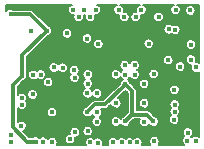
<source format=gbr>
G04 #@! TF.GenerationSoftware,KiCad,Pcbnew,(5.1.0)-1*
G04 #@! TF.CreationDate,2019-09-21T16:05:28-07:00*
G04 #@! TF.ProjectId,Miniscope-v4-wire-free,4d696e69-7363-46f7-9065-2d76342d7769,rev?*
G04 #@! TF.SameCoordinates,Original*
G04 #@! TF.FileFunction,Copper,L5,Inr*
G04 #@! TF.FilePolarity,Positive*
%FSLAX46Y46*%
G04 Gerber Fmt 4.6, Leading zero omitted, Abs format (unit mm)*
G04 Created by KiCad (PCBNEW (5.1.0)-1) date 2019-09-21 16:05:28*
%MOMM*%
%LPD*%
G04 APERTURE LIST*
%ADD10C,0.450000*%
%ADD11C,0.304800*%
%ADD12C,0.152400*%
G04 APERTURE END LIST*
D10*
X105267200Y-97466600D03*
X105241800Y-94926600D03*
X102676400Y-93732800D03*
X107502399Y-86874800D03*
X113039600Y-94173700D03*
X113039600Y-92539000D03*
X113903200Y-97390400D03*
X117433800Y-91142000D03*
X105394200Y-91142000D03*
X101736600Y-97441200D03*
X103463800Y-88017800D03*
X111398495Y-90948517D03*
X115681200Y-87967000D03*
X116697200Y-97339600D03*
X115630400Y-94901200D03*
X110674038Y-94173700D03*
X109102599Y-97517399D03*
X112455400Y-97492000D03*
X113293600Y-87763800D03*
X111566400Y-88221000D03*
X114614400Y-95714000D03*
X112252200Y-95739400D03*
X111439400Y-94926600D03*
X110626600Y-92539000D03*
X113065000Y-93326400D03*
X102676400Y-94952004D03*
X113776193Y-86265200D03*
X117002000Y-87941600D03*
X107731000Y-97492000D03*
X109737600Y-97492000D03*
X113827000Y-95714000D03*
X111439400Y-95714000D03*
X111439400Y-92564400D03*
X108239000Y-94926600D03*
X113039600Y-95764800D03*
X110403511Y-97492002D03*
X110652000Y-95714000D03*
X111820400Y-97492000D03*
X104784600Y-88017800D03*
X106511800Y-88246400D03*
X103844800Y-97415800D03*
X107019800Y-86265200D03*
X102701800Y-91853200D03*
X101729400Y-86620800D03*
X117408400Y-97365000D03*
X116087600Y-91065800D03*
X115579600Y-95561600D03*
X116748000Y-96653800D03*
X104911600Y-92386600D03*
X104276600Y-91751600D03*
X104479800Y-97441200D03*
X103641600Y-91777000D03*
X106765800Y-97212600D03*
X102651000Y-96095000D03*
X109051800Y-94952000D03*
X115605000Y-93047000D03*
X109026400Y-95739400D03*
X115630400Y-94291600D03*
X117002000Y-89211600D03*
X109051800Y-93326400D03*
X117002000Y-90481600D03*
X108239000Y-93326400D03*
X107172200Y-96628400D03*
X108493000Y-97492000D03*
X108271770Y-91742732D03*
X103590802Y-93428000D03*
X109153400Y-89160800D03*
X102701800Y-94317000D03*
X111159998Y-97492000D03*
X101736600Y-96857000D03*
X108260147Y-96535900D03*
X115706591Y-86265200D03*
X113429700Y-89135400D03*
X110880596Y-86265200D03*
X108213600Y-88703600D03*
X114258792Y-86874800D03*
X112226800Y-90948516D03*
X107984999Y-86265200D03*
X115079399Y-90526400D03*
X106130800Y-91167400D03*
X112328394Y-86874800D03*
X107146800Y-92005600D03*
X111363195Y-86874800D03*
X107121398Y-91370600D03*
X108467598Y-86874800D03*
X110652000Y-91728727D03*
X111439400Y-91751600D03*
X116951200Y-86316000D03*
X108950198Y-86265200D03*
X112226800Y-91751600D03*
X113852400Y-91700800D03*
X115131502Y-87907050D03*
X108264400Y-92513600D03*
X112810994Y-86265200D03*
D11*
X111664399Y-95489001D02*
X111439400Y-95714000D01*
X112049000Y-95104400D02*
X111664399Y-95489001D01*
X111439400Y-92564400D02*
X112049000Y-93174000D01*
X112049000Y-93174000D02*
X112049000Y-95104400D01*
X113602001Y-95489001D02*
X113827000Y-95714000D01*
X113242800Y-95129800D02*
X113602001Y-95489001D01*
X111439400Y-95714000D02*
X112023600Y-95129800D01*
X112023600Y-95129800D02*
X113242800Y-95129800D01*
X111214401Y-92789399D02*
X111439400Y-92564400D01*
X109737600Y-94266200D02*
X111214401Y-92789399D01*
X108239000Y-94926600D02*
X108899400Y-94266200D01*
X108899400Y-94266200D02*
X109737600Y-94266200D01*
X102701800Y-90100600D02*
X102701800Y-91853200D01*
X104784600Y-88017800D02*
X102701800Y-90100600D01*
X103526602Y-97415800D02*
X103844800Y-97415800D01*
X103133600Y-97415800D02*
X103526602Y-97415800D01*
X101939800Y-96222000D02*
X103133600Y-97415800D01*
X102701800Y-91853200D02*
X101939800Y-92615200D01*
X101939800Y-92615200D02*
X101939800Y-96222000D01*
X102294400Y-86620800D02*
X101729400Y-86620800D01*
X104784600Y-88017800D02*
X103387600Y-86620800D01*
X103387600Y-86620800D02*
X102294400Y-86620800D01*
D12*
G36*
X106887490Y-85829031D02*
G01*
X106804940Y-85863225D01*
X106730647Y-85912866D01*
X106667466Y-85976047D01*
X106617825Y-86050340D01*
X106583631Y-86132890D01*
X106566200Y-86220524D01*
X106566200Y-86309876D01*
X106583631Y-86397510D01*
X106617825Y-86480060D01*
X106667466Y-86554353D01*
X106730647Y-86617534D01*
X106804940Y-86667175D01*
X106887490Y-86701369D01*
X106975124Y-86718800D01*
X107064476Y-86718800D01*
X107077081Y-86716293D01*
X107066230Y-86742490D01*
X107048799Y-86830124D01*
X107048799Y-86919476D01*
X107066230Y-87007110D01*
X107100424Y-87089660D01*
X107150065Y-87163953D01*
X107213246Y-87227134D01*
X107287539Y-87276775D01*
X107370089Y-87310969D01*
X107457723Y-87328400D01*
X107547075Y-87328400D01*
X107634709Y-87310969D01*
X107717259Y-87276775D01*
X107791552Y-87227134D01*
X107854733Y-87163953D01*
X107904374Y-87089660D01*
X107938568Y-87007110D01*
X107955999Y-86919476D01*
X107955999Y-86830124D01*
X107938568Y-86742490D01*
X107927716Y-86716292D01*
X107940323Y-86718800D01*
X108029675Y-86718800D01*
X108042280Y-86716293D01*
X108031429Y-86742490D01*
X108013998Y-86830124D01*
X108013998Y-86919476D01*
X108031429Y-87007110D01*
X108065623Y-87089660D01*
X108115264Y-87163953D01*
X108178445Y-87227134D01*
X108252738Y-87276775D01*
X108335288Y-87310969D01*
X108422922Y-87328400D01*
X108512274Y-87328400D01*
X108599908Y-87310969D01*
X108682458Y-87276775D01*
X108756751Y-87227134D01*
X108819932Y-87163953D01*
X108869573Y-87089660D01*
X108903767Y-87007110D01*
X108921198Y-86919476D01*
X108921198Y-86830124D01*
X108903767Y-86742490D01*
X108892915Y-86716292D01*
X108905522Y-86718800D01*
X108994874Y-86718800D01*
X109082508Y-86701369D01*
X109165058Y-86667175D01*
X109239351Y-86617534D01*
X109302532Y-86554353D01*
X109352173Y-86480060D01*
X109386367Y-86397510D01*
X109403798Y-86309876D01*
X109403798Y-86220524D01*
X109386367Y-86132890D01*
X109352173Y-86050340D01*
X109302532Y-85976047D01*
X109239351Y-85912866D01*
X109165058Y-85863225D01*
X109082508Y-85829031D01*
X109068275Y-85826200D01*
X110762519Y-85826200D01*
X110748286Y-85829031D01*
X110665736Y-85863225D01*
X110591443Y-85912866D01*
X110528262Y-85976047D01*
X110478621Y-86050340D01*
X110444427Y-86132890D01*
X110426996Y-86220524D01*
X110426996Y-86309876D01*
X110444427Y-86397510D01*
X110478621Y-86480060D01*
X110528262Y-86554353D01*
X110591443Y-86617534D01*
X110665736Y-86667175D01*
X110748286Y-86701369D01*
X110835920Y-86718800D01*
X110925272Y-86718800D01*
X110937877Y-86716293D01*
X110927026Y-86742490D01*
X110909595Y-86830124D01*
X110909595Y-86919476D01*
X110927026Y-87007110D01*
X110961220Y-87089660D01*
X111010861Y-87163953D01*
X111074042Y-87227134D01*
X111148335Y-87276775D01*
X111230885Y-87310969D01*
X111318519Y-87328400D01*
X111407871Y-87328400D01*
X111495505Y-87310969D01*
X111578055Y-87276775D01*
X111652348Y-87227134D01*
X111715529Y-87163953D01*
X111765170Y-87089660D01*
X111799364Y-87007110D01*
X111816795Y-86919476D01*
X111816795Y-86830124D01*
X111799364Y-86742490D01*
X111765170Y-86659940D01*
X111715529Y-86585647D01*
X111652348Y-86522466D01*
X111578055Y-86472825D01*
X111495505Y-86438631D01*
X111407871Y-86421200D01*
X111318519Y-86421200D01*
X111305914Y-86423707D01*
X111316765Y-86397510D01*
X111334196Y-86309876D01*
X111334196Y-86220524D01*
X111316765Y-86132890D01*
X111282571Y-86050340D01*
X111232930Y-85976047D01*
X111169749Y-85912866D01*
X111095456Y-85863225D01*
X111012906Y-85829031D01*
X110998673Y-85826200D01*
X112692917Y-85826200D01*
X112678684Y-85829031D01*
X112596134Y-85863225D01*
X112521841Y-85912866D01*
X112458660Y-85976047D01*
X112409019Y-86050340D01*
X112374825Y-86132890D01*
X112357394Y-86220524D01*
X112357394Y-86309876D01*
X112374825Y-86397510D01*
X112385677Y-86423708D01*
X112373070Y-86421200D01*
X112283718Y-86421200D01*
X112196084Y-86438631D01*
X112113534Y-86472825D01*
X112039241Y-86522466D01*
X111976060Y-86585647D01*
X111926419Y-86659940D01*
X111892225Y-86742490D01*
X111874794Y-86830124D01*
X111874794Y-86919476D01*
X111892225Y-87007110D01*
X111926419Y-87089660D01*
X111976060Y-87163953D01*
X112039241Y-87227134D01*
X112113534Y-87276775D01*
X112196084Y-87310969D01*
X112283718Y-87328400D01*
X112373070Y-87328400D01*
X112460704Y-87310969D01*
X112543254Y-87276775D01*
X112617547Y-87227134D01*
X112680728Y-87163953D01*
X112730369Y-87089660D01*
X112764563Y-87007110D01*
X112781994Y-86919476D01*
X112781994Y-86830124D01*
X113805192Y-86830124D01*
X113805192Y-86919476D01*
X113822623Y-87007110D01*
X113856817Y-87089660D01*
X113906458Y-87163953D01*
X113969639Y-87227134D01*
X114043932Y-87276775D01*
X114126482Y-87310969D01*
X114214116Y-87328400D01*
X114303468Y-87328400D01*
X114391102Y-87310969D01*
X114473652Y-87276775D01*
X114547945Y-87227134D01*
X114611126Y-87163953D01*
X114660767Y-87089660D01*
X114694961Y-87007110D01*
X114712392Y-86919476D01*
X114712392Y-86830124D01*
X114694961Y-86742490D01*
X114660767Y-86659940D01*
X114611126Y-86585647D01*
X114547945Y-86522466D01*
X114473652Y-86472825D01*
X114391102Y-86438631D01*
X114303468Y-86421200D01*
X114214116Y-86421200D01*
X114126482Y-86438631D01*
X114043932Y-86472825D01*
X113969639Y-86522466D01*
X113906458Y-86585647D01*
X113856817Y-86659940D01*
X113822623Y-86742490D01*
X113805192Y-86830124D01*
X112781994Y-86830124D01*
X112764563Y-86742490D01*
X112753711Y-86716292D01*
X112766318Y-86718800D01*
X112855670Y-86718800D01*
X112943304Y-86701369D01*
X113025854Y-86667175D01*
X113100147Y-86617534D01*
X113163328Y-86554353D01*
X113212969Y-86480060D01*
X113247163Y-86397510D01*
X113264594Y-86309876D01*
X113264594Y-86220524D01*
X113247163Y-86132890D01*
X113212969Y-86050340D01*
X113163328Y-85976047D01*
X113100147Y-85912866D01*
X113025854Y-85863225D01*
X112943304Y-85829031D01*
X112929071Y-85826200D01*
X115588514Y-85826200D01*
X115574281Y-85829031D01*
X115491731Y-85863225D01*
X115417438Y-85912866D01*
X115354257Y-85976047D01*
X115304616Y-86050340D01*
X115270422Y-86132890D01*
X115252991Y-86220524D01*
X115252991Y-86309876D01*
X115270422Y-86397510D01*
X115304616Y-86480060D01*
X115354257Y-86554353D01*
X115417438Y-86617534D01*
X115491731Y-86667175D01*
X115574281Y-86701369D01*
X115661915Y-86718800D01*
X115751267Y-86718800D01*
X115838901Y-86701369D01*
X115921451Y-86667175D01*
X115995744Y-86617534D01*
X116058925Y-86554353D01*
X116108566Y-86480060D01*
X116142760Y-86397510D01*
X116160191Y-86309876D01*
X116160191Y-86271324D01*
X116497600Y-86271324D01*
X116497600Y-86360676D01*
X116515031Y-86448310D01*
X116549225Y-86530860D01*
X116598866Y-86605153D01*
X116662047Y-86668334D01*
X116736340Y-86717975D01*
X116818890Y-86752169D01*
X116906524Y-86769600D01*
X116995876Y-86769600D01*
X117083510Y-86752169D01*
X117166060Y-86717975D01*
X117240353Y-86668334D01*
X117303534Y-86605153D01*
X117353175Y-86530860D01*
X117387369Y-86448310D01*
X117404800Y-86360676D01*
X117404800Y-86271324D01*
X117387369Y-86183690D01*
X117353175Y-86101140D01*
X117303534Y-86026847D01*
X117240353Y-85963666D01*
X117166060Y-85914025D01*
X117083510Y-85879831D01*
X116995876Y-85862400D01*
X116906524Y-85862400D01*
X116818890Y-85879831D01*
X116736340Y-85914025D01*
X116662047Y-85963666D01*
X116598866Y-86026847D01*
X116549225Y-86101140D01*
X116515031Y-86183690D01*
X116497600Y-86271324D01*
X116160191Y-86271324D01*
X116160191Y-86220524D01*
X116142760Y-86132890D01*
X116108566Y-86050340D01*
X116058925Y-85976047D01*
X115995744Y-85912866D01*
X115921451Y-85863225D01*
X115838901Y-85829031D01*
X115824668Y-85826200D01*
X117673800Y-85826200D01*
X117673800Y-90756823D01*
X117648660Y-90740025D01*
X117566110Y-90705831D01*
X117478476Y-90688400D01*
X117407314Y-90688400D01*
X117438169Y-90613910D01*
X117455600Y-90526276D01*
X117455600Y-90436924D01*
X117438169Y-90349290D01*
X117403975Y-90266740D01*
X117354334Y-90192447D01*
X117291153Y-90129266D01*
X117216860Y-90079625D01*
X117134310Y-90045431D01*
X117046676Y-90028000D01*
X116957324Y-90028000D01*
X116869690Y-90045431D01*
X116787140Y-90079625D01*
X116712847Y-90129266D01*
X116649666Y-90192447D01*
X116600025Y-90266740D01*
X116565831Y-90349290D01*
X116548400Y-90436924D01*
X116548400Y-90526276D01*
X116565831Y-90613910D01*
X116600025Y-90696460D01*
X116649666Y-90770753D01*
X116712847Y-90833934D01*
X116787140Y-90883575D01*
X116869690Y-90917769D01*
X116957324Y-90935200D01*
X117028486Y-90935200D01*
X116997631Y-91009690D01*
X116980200Y-91097324D01*
X116980200Y-91186676D01*
X116997631Y-91274310D01*
X117031825Y-91356860D01*
X117081466Y-91431153D01*
X117144647Y-91494334D01*
X117218940Y-91543975D01*
X117301490Y-91578169D01*
X117389124Y-91595600D01*
X117478476Y-91595600D01*
X117566110Y-91578169D01*
X117648660Y-91543975D01*
X117673800Y-91527177D01*
X117673800Y-96996795D01*
X117623260Y-96963025D01*
X117540710Y-96928831D01*
X117453076Y-96911400D01*
X117363724Y-96911400D01*
X117276090Y-96928831D01*
X117193540Y-96963025D01*
X117119247Y-97012666D01*
X117062324Y-97069589D01*
X117049534Y-97050447D01*
X117018011Y-97018924D01*
X117037153Y-97006134D01*
X117100334Y-96942953D01*
X117149975Y-96868660D01*
X117184169Y-96786110D01*
X117201600Y-96698476D01*
X117201600Y-96609124D01*
X117184169Y-96521490D01*
X117149975Y-96438940D01*
X117100334Y-96364647D01*
X117037153Y-96301466D01*
X116962860Y-96251825D01*
X116880310Y-96217631D01*
X116792676Y-96200200D01*
X116703324Y-96200200D01*
X116615690Y-96217631D01*
X116533140Y-96251825D01*
X116458847Y-96301466D01*
X116395666Y-96364647D01*
X116346025Y-96438940D01*
X116311831Y-96521490D01*
X116294400Y-96609124D01*
X116294400Y-96698476D01*
X116311831Y-96786110D01*
X116346025Y-96868660D01*
X116395666Y-96942953D01*
X116427189Y-96974476D01*
X116408047Y-96987266D01*
X116344866Y-97050447D01*
X116295225Y-97124740D01*
X116261031Y-97207290D01*
X116243600Y-97294924D01*
X116243600Y-97384276D01*
X116261031Y-97471910D01*
X116295225Y-97554460D01*
X116344866Y-97628753D01*
X116389913Y-97673800D01*
X114259378Y-97673800D01*
X114305175Y-97605260D01*
X114339369Y-97522710D01*
X114356800Y-97435076D01*
X114356800Y-97345724D01*
X114339369Y-97258090D01*
X114305175Y-97175540D01*
X114255534Y-97101247D01*
X114192353Y-97038066D01*
X114118060Y-96988425D01*
X114035510Y-96954231D01*
X113947876Y-96936800D01*
X113858524Y-96936800D01*
X113770890Y-96954231D01*
X113688340Y-96988425D01*
X113614047Y-97038066D01*
X113550866Y-97101247D01*
X113501225Y-97175540D01*
X113467031Y-97258090D01*
X113449600Y-97345724D01*
X113449600Y-97435076D01*
X113467031Y-97522710D01*
X113501225Y-97605260D01*
X113547022Y-97673800D01*
X112871069Y-97673800D01*
X112891569Y-97624310D01*
X112909000Y-97536676D01*
X112909000Y-97447324D01*
X112891569Y-97359690D01*
X112857375Y-97277140D01*
X112807734Y-97202847D01*
X112744553Y-97139666D01*
X112670260Y-97090025D01*
X112587710Y-97055831D01*
X112500076Y-97038400D01*
X112410724Y-97038400D01*
X112323090Y-97055831D01*
X112240540Y-97090025D01*
X112166247Y-97139666D01*
X112137900Y-97168013D01*
X112109553Y-97139666D01*
X112035260Y-97090025D01*
X111952710Y-97055831D01*
X111865076Y-97038400D01*
X111775724Y-97038400D01*
X111688090Y-97055831D01*
X111605540Y-97090025D01*
X111531247Y-97139666D01*
X111490199Y-97180714D01*
X111449151Y-97139666D01*
X111374858Y-97090025D01*
X111292308Y-97055831D01*
X111204674Y-97038400D01*
X111115322Y-97038400D01*
X111027688Y-97055831D01*
X110945138Y-97090025D01*
X110870845Y-97139666D01*
X110807664Y-97202847D01*
X110781754Y-97241624D01*
X110755845Y-97202849D01*
X110692664Y-97139668D01*
X110618371Y-97090027D01*
X110535821Y-97055833D01*
X110448187Y-97038402D01*
X110358835Y-97038402D01*
X110271201Y-97055833D01*
X110188651Y-97090027D01*
X110114358Y-97139668D01*
X110051177Y-97202849D01*
X110001536Y-97277142D01*
X109967342Y-97359692D01*
X109949911Y-97447326D01*
X109949911Y-97536678D01*
X109967342Y-97624312D01*
X109987841Y-97673800D01*
X109528789Y-97673800D01*
X109538768Y-97649709D01*
X109556199Y-97562075D01*
X109556199Y-97472723D01*
X109538768Y-97385089D01*
X109504574Y-97302539D01*
X109454933Y-97228246D01*
X109391752Y-97165065D01*
X109317459Y-97115424D01*
X109234909Y-97081230D01*
X109147275Y-97063799D01*
X109057923Y-97063799D01*
X108970289Y-97081230D01*
X108887739Y-97115424D01*
X108813446Y-97165065D01*
X108810499Y-97168012D01*
X108782153Y-97139666D01*
X108707860Y-97090025D01*
X108625310Y-97055831D01*
X108537676Y-97038400D01*
X108448324Y-97038400D01*
X108360690Y-97055831D01*
X108278140Y-97090025D01*
X108203847Y-97139666D01*
X108140666Y-97202847D01*
X108091025Y-97277140D01*
X108056831Y-97359690D01*
X108039400Y-97447324D01*
X108039400Y-97536676D01*
X108056831Y-97624310D01*
X108077331Y-97673800D01*
X105672348Y-97673800D01*
X105703369Y-97598910D01*
X105720800Y-97511276D01*
X105720800Y-97421924D01*
X105703369Y-97334290D01*
X105669175Y-97251740D01*
X105619534Y-97177447D01*
X105610011Y-97167924D01*
X106312200Y-97167924D01*
X106312200Y-97257276D01*
X106329631Y-97344910D01*
X106363825Y-97427460D01*
X106413466Y-97501753D01*
X106476647Y-97564934D01*
X106550940Y-97614575D01*
X106633490Y-97648769D01*
X106721124Y-97666200D01*
X106810476Y-97666200D01*
X106898110Y-97648769D01*
X106980660Y-97614575D01*
X107054953Y-97564934D01*
X107118134Y-97501753D01*
X107167775Y-97427460D01*
X107201969Y-97344910D01*
X107219400Y-97257276D01*
X107219400Y-97167924D01*
X107202309Y-97082000D01*
X107216876Y-97082000D01*
X107304510Y-97064569D01*
X107387060Y-97030375D01*
X107461353Y-96980734D01*
X107524534Y-96917553D01*
X107574175Y-96843260D01*
X107608369Y-96760710D01*
X107625800Y-96673076D01*
X107625800Y-96583724D01*
X107608369Y-96496090D01*
X107606354Y-96491224D01*
X107806547Y-96491224D01*
X107806547Y-96580576D01*
X107823978Y-96668210D01*
X107858172Y-96750760D01*
X107907813Y-96825053D01*
X107970994Y-96888234D01*
X108045287Y-96937875D01*
X108127837Y-96972069D01*
X108215471Y-96989500D01*
X108304823Y-96989500D01*
X108392457Y-96972069D01*
X108475007Y-96937875D01*
X108549300Y-96888234D01*
X108612481Y-96825053D01*
X108662122Y-96750760D01*
X108696316Y-96668210D01*
X108713747Y-96580576D01*
X108713747Y-96491224D01*
X108696316Y-96403590D01*
X108662122Y-96321040D01*
X108612481Y-96246747D01*
X108549300Y-96183566D01*
X108475007Y-96133925D01*
X108392457Y-96099731D01*
X108304823Y-96082300D01*
X108215471Y-96082300D01*
X108127837Y-96099731D01*
X108045287Y-96133925D01*
X107970994Y-96183566D01*
X107907813Y-96246747D01*
X107858172Y-96321040D01*
X107823978Y-96403590D01*
X107806547Y-96491224D01*
X107606354Y-96491224D01*
X107574175Y-96413540D01*
X107524534Y-96339247D01*
X107461353Y-96276066D01*
X107387060Y-96226425D01*
X107304510Y-96192231D01*
X107216876Y-96174800D01*
X107127524Y-96174800D01*
X107039890Y-96192231D01*
X106957340Y-96226425D01*
X106883047Y-96276066D01*
X106819866Y-96339247D01*
X106770225Y-96413540D01*
X106736031Y-96496090D01*
X106718600Y-96583724D01*
X106718600Y-96673076D01*
X106735691Y-96759000D01*
X106721124Y-96759000D01*
X106633490Y-96776431D01*
X106550940Y-96810625D01*
X106476647Y-96860266D01*
X106413466Y-96923447D01*
X106363825Y-96997740D01*
X106329631Y-97080290D01*
X106312200Y-97167924D01*
X105610011Y-97167924D01*
X105556353Y-97114266D01*
X105482060Y-97064625D01*
X105399510Y-97030431D01*
X105311876Y-97013000D01*
X105222524Y-97013000D01*
X105134890Y-97030431D01*
X105052340Y-97064625D01*
X104978047Y-97114266D01*
X104914866Y-97177447D01*
X104881936Y-97226730D01*
X104881775Y-97226340D01*
X104832134Y-97152047D01*
X104768953Y-97088866D01*
X104694660Y-97039225D01*
X104612110Y-97005031D01*
X104524476Y-96987600D01*
X104435124Y-96987600D01*
X104347490Y-97005031D01*
X104264940Y-97039225D01*
X104190647Y-97088866D01*
X104175000Y-97104513D01*
X104133953Y-97063466D01*
X104059660Y-97013825D01*
X103977110Y-96979631D01*
X103889476Y-96962200D01*
X103800124Y-96962200D01*
X103712490Y-96979631D01*
X103629940Y-97013825D01*
X103598549Y-97034800D01*
X103291415Y-97034800D01*
X102786473Y-96529859D01*
X102865860Y-96496975D01*
X102940153Y-96447334D01*
X103003334Y-96384153D01*
X103052975Y-96309860D01*
X103087169Y-96227310D01*
X103104600Y-96139676D01*
X103104600Y-96050324D01*
X103087169Y-95962690D01*
X103052975Y-95880140D01*
X103003334Y-95805847D01*
X102940153Y-95742666D01*
X102865860Y-95693025D01*
X102783310Y-95658831D01*
X102695676Y-95641400D01*
X102606324Y-95641400D01*
X102518690Y-95658831D01*
X102436140Y-95693025D01*
X102361847Y-95742666D01*
X102320800Y-95783713D01*
X102320800Y-94881924D01*
X104788200Y-94881924D01*
X104788200Y-94971276D01*
X104805631Y-95058910D01*
X104839825Y-95141460D01*
X104889466Y-95215753D01*
X104952647Y-95278934D01*
X105026940Y-95328575D01*
X105109490Y-95362769D01*
X105197124Y-95380200D01*
X105286476Y-95380200D01*
X105374110Y-95362769D01*
X105456660Y-95328575D01*
X105530953Y-95278934D01*
X105594134Y-95215753D01*
X105643775Y-95141460D01*
X105677969Y-95058910D01*
X105695400Y-94971276D01*
X105695400Y-94881924D01*
X107785400Y-94881924D01*
X107785400Y-94971276D01*
X107802831Y-95058910D01*
X107837025Y-95141460D01*
X107886666Y-95215753D01*
X107949847Y-95278934D01*
X108024140Y-95328575D01*
X108106690Y-95362769D01*
X108194324Y-95380200D01*
X108283676Y-95380200D01*
X108371310Y-95362769D01*
X108453860Y-95328575D01*
X108528153Y-95278934D01*
X108591334Y-95215753D01*
X108639943Y-95143004D01*
X108649825Y-95166860D01*
X108699466Y-95241153D01*
X108762647Y-95304334D01*
X108811930Y-95337264D01*
X108811540Y-95337425D01*
X108737247Y-95387066D01*
X108674066Y-95450247D01*
X108624425Y-95524540D01*
X108590231Y-95607090D01*
X108572800Y-95694724D01*
X108572800Y-95784076D01*
X108590231Y-95871710D01*
X108624425Y-95954260D01*
X108674066Y-96028553D01*
X108737247Y-96091734D01*
X108811540Y-96141375D01*
X108894090Y-96175569D01*
X108981724Y-96193000D01*
X109071076Y-96193000D01*
X109158710Y-96175569D01*
X109241260Y-96141375D01*
X109315553Y-96091734D01*
X109378734Y-96028553D01*
X109428375Y-95954260D01*
X109462569Y-95871710D01*
X109480000Y-95784076D01*
X109480000Y-95694724D01*
X109462569Y-95607090D01*
X109428375Y-95524540D01*
X109378734Y-95450247D01*
X109315553Y-95387066D01*
X109266270Y-95354136D01*
X109266660Y-95353975D01*
X109340953Y-95304334D01*
X109404134Y-95241153D01*
X109453775Y-95166860D01*
X109487969Y-95084310D01*
X109505400Y-94996676D01*
X109505400Y-94907324D01*
X109487969Y-94819690D01*
X109453775Y-94737140D01*
X109404134Y-94662847D01*
X109388487Y-94647200D01*
X109718890Y-94647200D01*
X109737600Y-94649043D01*
X109756310Y-94647200D01*
X109756313Y-94647200D01*
X109812289Y-94641687D01*
X109884108Y-94619901D01*
X109950296Y-94584522D01*
X110008311Y-94536911D01*
X110020246Y-94522368D01*
X110237659Y-94304955D01*
X110237869Y-94306010D01*
X110272063Y-94388560D01*
X110321704Y-94462853D01*
X110384885Y-94526034D01*
X110459178Y-94575675D01*
X110541728Y-94609869D01*
X110629362Y-94627300D01*
X110718714Y-94627300D01*
X110806348Y-94609869D01*
X110888898Y-94575675D01*
X110963191Y-94526034D01*
X111026372Y-94462853D01*
X111076013Y-94388560D01*
X111110207Y-94306010D01*
X111127638Y-94218376D01*
X111127638Y-94129024D01*
X111110207Y-94041390D01*
X111076013Y-93958840D01*
X111026372Y-93884547D01*
X110963191Y-93821366D01*
X110888898Y-93771725D01*
X110806348Y-93737531D01*
X110805293Y-93737321D01*
X111439400Y-93103215D01*
X111668000Y-93331816D01*
X111668001Y-94946583D01*
X111408225Y-95206360D01*
X111408224Y-95206361D01*
X111344120Y-95270466D01*
X111307090Y-95277831D01*
X111224540Y-95312025D01*
X111150247Y-95361666D01*
X111087066Y-95424847D01*
X111045700Y-95486756D01*
X111004334Y-95424847D01*
X110941153Y-95361666D01*
X110866860Y-95312025D01*
X110784310Y-95277831D01*
X110696676Y-95260400D01*
X110607324Y-95260400D01*
X110519690Y-95277831D01*
X110437140Y-95312025D01*
X110362847Y-95361666D01*
X110299666Y-95424847D01*
X110250025Y-95499140D01*
X110215831Y-95581690D01*
X110198400Y-95669324D01*
X110198400Y-95758676D01*
X110215831Y-95846310D01*
X110250025Y-95928860D01*
X110299666Y-96003153D01*
X110362847Y-96066334D01*
X110437140Y-96115975D01*
X110519690Y-96150169D01*
X110607324Y-96167600D01*
X110696676Y-96167600D01*
X110784310Y-96150169D01*
X110866860Y-96115975D01*
X110941153Y-96066334D01*
X111004334Y-96003153D01*
X111045700Y-95941244D01*
X111087066Y-96003153D01*
X111150247Y-96066334D01*
X111224540Y-96115975D01*
X111307090Y-96150169D01*
X111394724Y-96167600D01*
X111484076Y-96167600D01*
X111571710Y-96150169D01*
X111654260Y-96115975D01*
X111728553Y-96066334D01*
X111791734Y-96003153D01*
X111841375Y-95928860D01*
X111875569Y-95846310D01*
X111882934Y-95809280D01*
X111947039Y-95745176D01*
X111947040Y-95745175D01*
X112181416Y-95510800D01*
X112663778Y-95510800D01*
X112637625Y-95549940D01*
X112603431Y-95632490D01*
X112586000Y-95720124D01*
X112586000Y-95809476D01*
X112603431Y-95897110D01*
X112637625Y-95979660D01*
X112687266Y-96053953D01*
X112750447Y-96117134D01*
X112824740Y-96166775D01*
X112907290Y-96200969D01*
X112994924Y-96218400D01*
X113084276Y-96218400D01*
X113171910Y-96200969D01*
X113254460Y-96166775D01*
X113328753Y-96117134D01*
X113391934Y-96053953D01*
X113441575Y-95979660D01*
X113448231Y-95963591D01*
X113474666Y-96003153D01*
X113537847Y-96066334D01*
X113612140Y-96115975D01*
X113694690Y-96150169D01*
X113782324Y-96167600D01*
X113871676Y-96167600D01*
X113959310Y-96150169D01*
X114041860Y-96115975D01*
X114116153Y-96066334D01*
X114179334Y-96003153D01*
X114228975Y-95928860D01*
X114263169Y-95846310D01*
X114280600Y-95758676D01*
X114280600Y-95669324D01*
X114263169Y-95581690D01*
X114236342Y-95516924D01*
X115126000Y-95516924D01*
X115126000Y-95606276D01*
X115143431Y-95693910D01*
X115177625Y-95776460D01*
X115227266Y-95850753D01*
X115290447Y-95913934D01*
X115364740Y-95963575D01*
X115447290Y-95997769D01*
X115534924Y-96015200D01*
X115624276Y-96015200D01*
X115711910Y-95997769D01*
X115794460Y-95963575D01*
X115868753Y-95913934D01*
X115931934Y-95850753D01*
X115981575Y-95776460D01*
X116015769Y-95693910D01*
X116033200Y-95606276D01*
X116033200Y-95516924D01*
X116015769Y-95429290D01*
X115981575Y-95346740D01*
X115931934Y-95272447D01*
X115915637Y-95256150D01*
X115919553Y-95253534D01*
X115982734Y-95190353D01*
X116032375Y-95116060D01*
X116066569Y-95033510D01*
X116084000Y-94945876D01*
X116084000Y-94856524D01*
X116066569Y-94768890D01*
X116032375Y-94686340D01*
X115982734Y-94612047D01*
X115967087Y-94596400D01*
X115982734Y-94580753D01*
X116032375Y-94506460D01*
X116066569Y-94423910D01*
X116084000Y-94336276D01*
X116084000Y-94246924D01*
X116066569Y-94159290D01*
X116032375Y-94076740D01*
X115982734Y-94002447D01*
X115919553Y-93939266D01*
X115845260Y-93889625D01*
X115762710Y-93855431D01*
X115675076Y-93838000D01*
X115585724Y-93838000D01*
X115498090Y-93855431D01*
X115415540Y-93889625D01*
X115341247Y-93939266D01*
X115278066Y-94002447D01*
X115228425Y-94076740D01*
X115194231Y-94159290D01*
X115176800Y-94246924D01*
X115176800Y-94336276D01*
X115194231Y-94423910D01*
X115228425Y-94506460D01*
X115278066Y-94580753D01*
X115293713Y-94596400D01*
X115278066Y-94612047D01*
X115228425Y-94686340D01*
X115194231Y-94768890D01*
X115176800Y-94856524D01*
X115176800Y-94945876D01*
X115194231Y-95033510D01*
X115228425Y-95116060D01*
X115278066Y-95190353D01*
X115294363Y-95206650D01*
X115290447Y-95209266D01*
X115227266Y-95272447D01*
X115177625Y-95346740D01*
X115143431Y-95429290D01*
X115126000Y-95516924D01*
X114236342Y-95516924D01*
X114228975Y-95499140D01*
X114179334Y-95424847D01*
X114116153Y-95361666D01*
X114041860Y-95312025D01*
X113959310Y-95277831D01*
X113922280Y-95270465D01*
X113884644Y-95232830D01*
X113884640Y-95232825D01*
X113525445Y-94873631D01*
X113513511Y-94859089D01*
X113455496Y-94811478D01*
X113389308Y-94776099D01*
X113317489Y-94754313D01*
X113261513Y-94748800D01*
X113261510Y-94748800D01*
X113242800Y-94746957D01*
X113224090Y-94748800D01*
X112430000Y-94748800D01*
X112430000Y-94129024D01*
X112586000Y-94129024D01*
X112586000Y-94218376D01*
X112603431Y-94306010D01*
X112637625Y-94388560D01*
X112687266Y-94462853D01*
X112750447Y-94526034D01*
X112824740Y-94575675D01*
X112907290Y-94609869D01*
X112994924Y-94627300D01*
X113084276Y-94627300D01*
X113171910Y-94609869D01*
X113254460Y-94575675D01*
X113328753Y-94526034D01*
X113391934Y-94462853D01*
X113441575Y-94388560D01*
X113475769Y-94306010D01*
X113493200Y-94218376D01*
X113493200Y-94129024D01*
X113475769Y-94041390D01*
X113441575Y-93958840D01*
X113391934Y-93884547D01*
X113328753Y-93821366D01*
X113254460Y-93771725D01*
X113171910Y-93737531D01*
X113084276Y-93720100D01*
X112994924Y-93720100D01*
X112907290Y-93737531D01*
X112824740Y-93771725D01*
X112750447Y-93821366D01*
X112687266Y-93884547D01*
X112637625Y-93958840D01*
X112603431Y-94041390D01*
X112586000Y-94129024D01*
X112430000Y-94129024D01*
X112430000Y-93192710D01*
X112431843Y-93174000D01*
X112430000Y-93155287D01*
X112424487Y-93099311D01*
X112402701Y-93027492D01*
X112389249Y-93002324D01*
X115151400Y-93002324D01*
X115151400Y-93091676D01*
X115168831Y-93179310D01*
X115203025Y-93261860D01*
X115252666Y-93336153D01*
X115315847Y-93399334D01*
X115390140Y-93448975D01*
X115472690Y-93483169D01*
X115560324Y-93500600D01*
X115649676Y-93500600D01*
X115737310Y-93483169D01*
X115819860Y-93448975D01*
X115894153Y-93399334D01*
X115957334Y-93336153D01*
X116006975Y-93261860D01*
X116041169Y-93179310D01*
X116058600Y-93091676D01*
X116058600Y-93002324D01*
X116041169Y-92914690D01*
X116006975Y-92832140D01*
X115957334Y-92757847D01*
X115894153Y-92694666D01*
X115819860Y-92645025D01*
X115737310Y-92610831D01*
X115649676Y-92593400D01*
X115560324Y-92593400D01*
X115472690Y-92610831D01*
X115390140Y-92645025D01*
X115315847Y-92694666D01*
X115252666Y-92757847D01*
X115203025Y-92832140D01*
X115168831Y-92914690D01*
X115151400Y-93002324D01*
X112389249Y-93002324D01*
X112386960Y-92998043D01*
X112367322Y-92961303D01*
X112331640Y-92917824D01*
X112331637Y-92917821D01*
X112319711Y-92903289D01*
X112305180Y-92891364D01*
X111908140Y-92494324D01*
X112586000Y-92494324D01*
X112586000Y-92583676D01*
X112603431Y-92671310D01*
X112637625Y-92753860D01*
X112687266Y-92828153D01*
X112750447Y-92891334D01*
X112824740Y-92940975D01*
X112907290Y-92975169D01*
X112994924Y-92992600D01*
X113084276Y-92992600D01*
X113171910Y-92975169D01*
X113254460Y-92940975D01*
X113328753Y-92891334D01*
X113391934Y-92828153D01*
X113441575Y-92753860D01*
X113475769Y-92671310D01*
X113493200Y-92583676D01*
X113493200Y-92494324D01*
X113475769Y-92406690D01*
X113441575Y-92324140D01*
X113391934Y-92249847D01*
X113328753Y-92186666D01*
X113254460Y-92137025D01*
X113171910Y-92102831D01*
X113084276Y-92085400D01*
X112994924Y-92085400D01*
X112907290Y-92102831D01*
X112824740Y-92137025D01*
X112750447Y-92186666D01*
X112687266Y-92249847D01*
X112637625Y-92324140D01*
X112603431Y-92406690D01*
X112586000Y-92494324D01*
X111908140Y-92494324D01*
X111882935Y-92469120D01*
X111875569Y-92432090D01*
X111841375Y-92349540D01*
X111791734Y-92275247D01*
X111728553Y-92212066D01*
X111654260Y-92162425D01*
X111643577Y-92158000D01*
X111654260Y-92153575D01*
X111728553Y-92103934D01*
X111791734Y-92040753D01*
X111833100Y-91978844D01*
X111874466Y-92040753D01*
X111937647Y-92103934D01*
X112011940Y-92153575D01*
X112094490Y-92187769D01*
X112182124Y-92205200D01*
X112271476Y-92205200D01*
X112359110Y-92187769D01*
X112441660Y-92153575D01*
X112515953Y-92103934D01*
X112579134Y-92040753D01*
X112628775Y-91966460D01*
X112662969Y-91883910D01*
X112680400Y-91796276D01*
X112680400Y-91706924D01*
X112670296Y-91656124D01*
X113398800Y-91656124D01*
X113398800Y-91745476D01*
X113416231Y-91833110D01*
X113450425Y-91915660D01*
X113500066Y-91989953D01*
X113563247Y-92053134D01*
X113637540Y-92102775D01*
X113720090Y-92136969D01*
X113807724Y-92154400D01*
X113897076Y-92154400D01*
X113984710Y-92136969D01*
X114067260Y-92102775D01*
X114141553Y-92053134D01*
X114204734Y-91989953D01*
X114254375Y-91915660D01*
X114288569Y-91833110D01*
X114306000Y-91745476D01*
X114306000Y-91656124D01*
X114288569Y-91568490D01*
X114254375Y-91485940D01*
X114204734Y-91411647D01*
X114141553Y-91348466D01*
X114067260Y-91298825D01*
X113984710Y-91264631D01*
X113897076Y-91247200D01*
X113807724Y-91247200D01*
X113720090Y-91264631D01*
X113637540Y-91298825D01*
X113563247Y-91348466D01*
X113500066Y-91411647D01*
X113450425Y-91485940D01*
X113416231Y-91568490D01*
X113398800Y-91656124D01*
X112670296Y-91656124D01*
X112662969Y-91619290D01*
X112628775Y-91536740D01*
X112579134Y-91462447D01*
X112515953Y-91399266D01*
X112442308Y-91350058D01*
X112515953Y-91300850D01*
X112579134Y-91237669D01*
X112628775Y-91163376D01*
X112662969Y-91080826D01*
X112674844Y-91021124D01*
X115634000Y-91021124D01*
X115634000Y-91110476D01*
X115651431Y-91198110D01*
X115685625Y-91280660D01*
X115735266Y-91354953D01*
X115798447Y-91418134D01*
X115872740Y-91467775D01*
X115955290Y-91501969D01*
X116042924Y-91519400D01*
X116132276Y-91519400D01*
X116219910Y-91501969D01*
X116302460Y-91467775D01*
X116376753Y-91418134D01*
X116439934Y-91354953D01*
X116489575Y-91280660D01*
X116523769Y-91198110D01*
X116541200Y-91110476D01*
X116541200Y-91021124D01*
X116523769Y-90933490D01*
X116489575Y-90850940D01*
X116439934Y-90776647D01*
X116376753Y-90713466D01*
X116302460Y-90663825D01*
X116219910Y-90629631D01*
X116132276Y-90612200D01*
X116042924Y-90612200D01*
X115955290Y-90629631D01*
X115872740Y-90663825D01*
X115798447Y-90713466D01*
X115735266Y-90776647D01*
X115685625Y-90850940D01*
X115651431Y-90933490D01*
X115634000Y-91021124D01*
X112674844Y-91021124D01*
X112680400Y-90993192D01*
X112680400Y-90903840D01*
X112662969Y-90816206D01*
X112628775Y-90733656D01*
X112579134Y-90659363D01*
X112515953Y-90596182D01*
X112441660Y-90546541D01*
X112359110Y-90512347D01*
X112271476Y-90494916D01*
X112182124Y-90494916D01*
X112094490Y-90512347D01*
X112011940Y-90546541D01*
X111937647Y-90596182D01*
X111874466Y-90659363D01*
X111824825Y-90733656D01*
X111812647Y-90763055D01*
X111800470Y-90733657D01*
X111750829Y-90659364D01*
X111687648Y-90596183D01*
X111613355Y-90546542D01*
X111530805Y-90512348D01*
X111443171Y-90494917D01*
X111353819Y-90494917D01*
X111266185Y-90512348D01*
X111183635Y-90546542D01*
X111109342Y-90596183D01*
X111046161Y-90659364D01*
X110996520Y-90733657D01*
X110962326Y-90816207D01*
X110944895Y-90903841D01*
X110944895Y-90993193D01*
X110962326Y-91080827D01*
X110996520Y-91163377D01*
X111046161Y-91237670D01*
X111109342Y-91300851D01*
X111183635Y-91350492D01*
X111208085Y-91360620D01*
X111150247Y-91399266D01*
X111087066Y-91462447D01*
X111053342Y-91512919D01*
X111004334Y-91439574D01*
X110941153Y-91376393D01*
X110866860Y-91326752D01*
X110784310Y-91292558D01*
X110696676Y-91275127D01*
X110607324Y-91275127D01*
X110519690Y-91292558D01*
X110437140Y-91326752D01*
X110362847Y-91376393D01*
X110299666Y-91439574D01*
X110250025Y-91513867D01*
X110215831Y-91596417D01*
X110198400Y-91684051D01*
X110198400Y-91773403D01*
X110215831Y-91861037D01*
X110250025Y-91943587D01*
X110299666Y-92017880D01*
X110362847Y-92081061D01*
X110437140Y-92130702D01*
X110519690Y-92164896D01*
X110607324Y-92182327D01*
X110696676Y-92182327D01*
X110784310Y-92164896D01*
X110866860Y-92130702D01*
X110941153Y-92081061D01*
X111004334Y-92017880D01*
X111038058Y-91967408D01*
X111087066Y-92040753D01*
X111150247Y-92103934D01*
X111224540Y-92153575D01*
X111235223Y-92158000D01*
X111224540Y-92162425D01*
X111150247Y-92212066D01*
X111087066Y-92275247D01*
X111037425Y-92349540D01*
X111003231Y-92432090D01*
X110995865Y-92469120D01*
X110958230Y-92506756D01*
X110958225Y-92506760D01*
X109579786Y-93885200D01*
X108918110Y-93885200D01*
X108899400Y-93883357D01*
X108880690Y-93885200D01*
X108880687Y-93885200D01*
X108824711Y-93890713D01*
X108752892Y-93912499D01*
X108686703Y-93947878D01*
X108643224Y-93983560D01*
X108643221Y-93983563D01*
X108628689Y-93995489D01*
X108616763Y-94010021D01*
X108143720Y-94483065D01*
X108106690Y-94490431D01*
X108024140Y-94524625D01*
X107949847Y-94574266D01*
X107886666Y-94637447D01*
X107837025Y-94711740D01*
X107802831Y-94794290D01*
X107785400Y-94881924D01*
X105695400Y-94881924D01*
X105677969Y-94794290D01*
X105643775Y-94711740D01*
X105594134Y-94637447D01*
X105530953Y-94574266D01*
X105456660Y-94524625D01*
X105374110Y-94490431D01*
X105286476Y-94473000D01*
X105197124Y-94473000D01*
X105109490Y-94490431D01*
X105026940Y-94524625D01*
X104952647Y-94574266D01*
X104889466Y-94637447D01*
X104839825Y-94711740D01*
X104805631Y-94794290D01*
X104788200Y-94881924D01*
X102320800Y-94881924D01*
X102320800Y-94563251D01*
X102349466Y-94606153D01*
X102412647Y-94669334D01*
X102486940Y-94718975D01*
X102569490Y-94753169D01*
X102657124Y-94770600D01*
X102746476Y-94770600D01*
X102834110Y-94753169D01*
X102916660Y-94718975D01*
X102990953Y-94669334D01*
X103054134Y-94606153D01*
X103103775Y-94531860D01*
X103137969Y-94449310D01*
X103155400Y-94361676D01*
X103155400Y-94272324D01*
X103137969Y-94184690D01*
X103103775Y-94102140D01*
X103054134Y-94027847D01*
X103036547Y-94010260D01*
X103078375Y-93947660D01*
X103112569Y-93865110D01*
X103130000Y-93777476D01*
X103130000Y-93688124D01*
X103112569Y-93600490D01*
X103078375Y-93517940D01*
X103028734Y-93443647D01*
X102968411Y-93383324D01*
X103137202Y-93383324D01*
X103137202Y-93472676D01*
X103154633Y-93560310D01*
X103188827Y-93642860D01*
X103238468Y-93717153D01*
X103301649Y-93780334D01*
X103375942Y-93829975D01*
X103458492Y-93864169D01*
X103546126Y-93881600D01*
X103635478Y-93881600D01*
X103723112Y-93864169D01*
X103805662Y-93829975D01*
X103879955Y-93780334D01*
X103943136Y-93717153D01*
X103992777Y-93642860D01*
X104026971Y-93560310D01*
X104044402Y-93472676D01*
X104044402Y-93383324D01*
X104026971Y-93295690D01*
X104021186Y-93281724D01*
X107785400Y-93281724D01*
X107785400Y-93371076D01*
X107802831Y-93458710D01*
X107837025Y-93541260D01*
X107886666Y-93615553D01*
X107949847Y-93678734D01*
X108024140Y-93728375D01*
X108106690Y-93762569D01*
X108194324Y-93780000D01*
X108283676Y-93780000D01*
X108371310Y-93762569D01*
X108453860Y-93728375D01*
X108528153Y-93678734D01*
X108591334Y-93615553D01*
X108640975Y-93541260D01*
X108645400Y-93530577D01*
X108649825Y-93541260D01*
X108699466Y-93615553D01*
X108762647Y-93678734D01*
X108836940Y-93728375D01*
X108919490Y-93762569D01*
X109007124Y-93780000D01*
X109096476Y-93780000D01*
X109184110Y-93762569D01*
X109266660Y-93728375D01*
X109340953Y-93678734D01*
X109404134Y-93615553D01*
X109453775Y-93541260D01*
X109487969Y-93458710D01*
X109505400Y-93371076D01*
X109505400Y-93281724D01*
X109487969Y-93194090D01*
X109453775Y-93111540D01*
X109404134Y-93037247D01*
X109340953Y-92974066D01*
X109266660Y-92924425D01*
X109184110Y-92890231D01*
X109096476Y-92872800D01*
X109007124Y-92872800D01*
X108919490Y-92890231D01*
X108836940Y-92924425D01*
X108762647Y-92974066D01*
X108699466Y-93037247D01*
X108649825Y-93111540D01*
X108645400Y-93122223D01*
X108640975Y-93111540D01*
X108591334Y-93037247D01*
X108528153Y-92974066D01*
X108455404Y-92925457D01*
X108479260Y-92915575D01*
X108553553Y-92865934D01*
X108616734Y-92802753D01*
X108666375Y-92728460D01*
X108700569Y-92645910D01*
X108718000Y-92558276D01*
X108718000Y-92468924D01*
X108700569Y-92381290D01*
X108666375Y-92298740D01*
X108616734Y-92224447D01*
X108553553Y-92161266D01*
X108507700Y-92130628D01*
X108560923Y-92095066D01*
X108624104Y-92031885D01*
X108673745Y-91957592D01*
X108707939Y-91875042D01*
X108725370Y-91787408D01*
X108725370Y-91698056D01*
X108707939Y-91610422D01*
X108673745Y-91527872D01*
X108624104Y-91453579D01*
X108560923Y-91390398D01*
X108486630Y-91340757D01*
X108404080Y-91306563D01*
X108316446Y-91289132D01*
X108227094Y-91289132D01*
X108139460Y-91306563D01*
X108056910Y-91340757D01*
X107982617Y-91390398D01*
X107919436Y-91453579D01*
X107869795Y-91527872D01*
X107835601Y-91610422D01*
X107818170Y-91698056D01*
X107818170Y-91787408D01*
X107835601Y-91875042D01*
X107869795Y-91957592D01*
X107919436Y-92031885D01*
X107982617Y-92095066D01*
X108028470Y-92125704D01*
X107975247Y-92161266D01*
X107912066Y-92224447D01*
X107862425Y-92298740D01*
X107828231Y-92381290D01*
X107810800Y-92468924D01*
X107810800Y-92558276D01*
X107828231Y-92645910D01*
X107862425Y-92728460D01*
X107912066Y-92802753D01*
X107975247Y-92865934D01*
X108047996Y-92914543D01*
X108024140Y-92924425D01*
X107949847Y-92974066D01*
X107886666Y-93037247D01*
X107837025Y-93111540D01*
X107802831Y-93194090D01*
X107785400Y-93281724D01*
X104021186Y-93281724D01*
X103992777Y-93213140D01*
X103943136Y-93138847D01*
X103879955Y-93075666D01*
X103805662Y-93026025D01*
X103723112Y-92991831D01*
X103635478Y-92974400D01*
X103546126Y-92974400D01*
X103458492Y-92991831D01*
X103375942Y-93026025D01*
X103301649Y-93075666D01*
X103238468Y-93138847D01*
X103188827Y-93213140D01*
X103154633Y-93295690D01*
X103137202Y-93383324D01*
X102968411Y-93383324D01*
X102965553Y-93380466D01*
X102891260Y-93330825D01*
X102808710Y-93296631D01*
X102721076Y-93279200D01*
X102631724Y-93279200D01*
X102544090Y-93296631D01*
X102461540Y-93330825D01*
X102387247Y-93380466D01*
X102324066Y-93443647D01*
X102320800Y-93448535D01*
X102320800Y-92773014D01*
X102797080Y-92296734D01*
X102834110Y-92289369D01*
X102916660Y-92255175D01*
X102990953Y-92205534D01*
X103054134Y-92142353D01*
X103103775Y-92068060D01*
X103137969Y-91985510D01*
X103155400Y-91897876D01*
X103155400Y-91808524D01*
X103140244Y-91732324D01*
X103188000Y-91732324D01*
X103188000Y-91821676D01*
X103205431Y-91909310D01*
X103239625Y-91991860D01*
X103289266Y-92066153D01*
X103352447Y-92129334D01*
X103426740Y-92178975D01*
X103509290Y-92213169D01*
X103596924Y-92230600D01*
X103686276Y-92230600D01*
X103773910Y-92213169D01*
X103856460Y-92178975D01*
X103930753Y-92129334D01*
X103971800Y-92088287D01*
X103987447Y-92103934D01*
X104061740Y-92153575D01*
X104144290Y-92187769D01*
X104231924Y-92205200D01*
X104321276Y-92205200D01*
X104408910Y-92187769D01*
X104491460Y-92153575D01*
X104546203Y-92116997D01*
X104509625Y-92171740D01*
X104475431Y-92254290D01*
X104458000Y-92341924D01*
X104458000Y-92431276D01*
X104475431Y-92518910D01*
X104509625Y-92601460D01*
X104559266Y-92675753D01*
X104622447Y-92738934D01*
X104696740Y-92788575D01*
X104779290Y-92822769D01*
X104866924Y-92840200D01*
X104956276Y-92840200D01*
X105043910Y-92822769D01*
X105126460Y-92788575D01*
X105200753Y-92738934D01*
X105263934Y-92675753D01*
X105313575Y-92601460D01*
X105347769Y-92518910D01*
X105365200Y-92431276D01*
X105365200Y-92341924D01*
X105347769Y-92254290D01*
X105313575Y-92171740D01*
X105263934Y-92097447D01*
X105200753Y-92034266D01*
X105126460Y-91984625D01*
X105043910Y-91950431D01*
X104956276Y-91933000D01*
X104866924Y-91933000D01*
X104779290Y-91950431D01*
X104696740Y-91984625D01*
X104641997Y-92021203D01*
X104678575Y-91966460D01*
X104712769Y-91883910D01*
X104730200Y-91796276D01*
X104730200Y-91706924D01*
X104712769Y-91619290D01*
X104678575Y-91536740D01*
X104628934Y-91462447D01*
X104565753Y-91399266D01*
X104491460Y-91349625D01*
X104408910Y-91315431D01*
X104321276Y-91298000D01*
X104231924Y-91298000D01*
X104144290Y-91315431D01*
X104061740Y-91349625D01*
X103987447Y-91399266D01*
X103946400Y-91440313D01*
X103930753Y-91424666D01*
X103856460Y-91375025D01*
X103773910Y-91340831D01*
X103686276Y-91323400D01*
X103596924Y-91323400D01*
X103509290Y-91340831D01*
X103426740Y-91375025D01*
X103352447Y-91424666D01*
X103289266Y-91487847D01*
X103239625Y-91562140D01*
X103205431Y-91644690D01*
X103188000Y-91732324D01*
X103140244Y-91732324D01*
X103137969Y-91720890D01*
X103103775Y-91638340D01*
X103082800Y-91606949D01*
X103082800Y-91097324D01*
X104940600Y-91097324D01*
X104940600Y-91186676D01*
X104958031Y-91274310D01*
X104992225Y-91356860D01*
X105041866Y-91431153D01*
X105105047Y-91494334D01*
X105179340Y-91543975D01*
X105261890Y-91578169D01*
X105349524Y-91595600D01*
X105438876Y-91595600D01*
X105526510Y-91578169D01*
X105609060Y-91543975D01*
X105683353Y-91494334D01*
X105746534Y-91431153D01*
X105754014Y-91419958D01*
X105778466Y-91456553D01*
X105841647Y-91519734D01*
X105915940Y-91569375D01*
X105998490Y-91603569D01*
X106086124Y-91621000D01*
X106175476Y-91621000D01*
X106263110Y-91603569D01*
X106345660Y-91569375D01*
X106419953Y-91519734D01*
X106483134Y-91456553D01*
X106532775Y-91382260D01*
X106556110Y-91325924D01*
X106667798Y-91325924D01*
X106667798Y-91415276D01*
X106685229Y-91502910D01*
X106719423Y-91585460D01*
X106769064Y-91659753D01*
X106810112Y-91700801D01*
X106794466Y-91716447D01*
X106744825Y-91790740D01*
X106710631Y-91873290D01*
X106693200Y-91960924D01*
X106693200Y-92050276D01*
X106710631Y-92137910D01*
X106744825Y-92220460D01*
X106794466Y-92294753D01*
X106857647Y-92357934D01*
X106931940Y-92407575D01*
X107014490Y-92441769D01*
X107102124Y-92459200D01*
X107191476Y-92459200D01*
X107279110Y-92441769D01*
X107361660Y-92407575D01*
X107435953Y-92357934D01*
X107499134Y-92294753D01*
X107548775Y-92220460D01*
X107582969Y-92137910D01*
X107600400Y-92050276D01*
X107600400Y-91960924D01*
X107582969Y-91873290D01*
X107548775Y-91790740D01*
X107499134Y-91716447D01*
X107458086Y-91675399D01*
X107473732Y-91659753D01*
X107523373Y-91585460D01*
X107557567Y-91502910D01*
X107574998Y-91415276D01*
X107574998Y-91325924D01*
X107557567Y-91238290D01*
X107523373Y-91155740D01*
X107473732Y-91081447D01*
X107410551Y-91018266D01*
X107336258Y-90968625D01*
X107253708Y-90934431D01*
X107166074Y-90917000D01*
X107076722Y-90917000D01*
X106989088Y-90934431D01*
X106906538Y-90968625D01*
X106832245Y-91018266D01*
X106769064Y-91081447D01*
X106719423Y-91155740D01*
X106685229Y-91238290D01*
X106667798Y-91325924D01*
X106556110Y-91325924D01*
X106566969Y-91299710D01*
X106584400Y-91212076D01*
X106584400Y-91122724D01*
X106566969Y-91035090D01*
X106532775Y-90952540D01*
X106483134Y-90878247D01*
X106419953Y-90815066D01*
X106345660Y-90765425D01*
X106263110Y-90731231D01*
X106175476Y-90713800D01*
X106086124Y-90713800D01*
X105998490Y-90731231D01*
X105915940Y-90765425D01*
X105841647Y-90815066D01*
X105778466Y-90878247D01*
X105770986Y-90889442D01*
X105746534Y-90852847D01*
X105683353Y-90789666D01*
X105609060Y-90740025D01*
X105526510Y-90705831D01*
X105438876Y-90688400D01*
X105349524Y-90688400D01*
X105261890Y-90705831D01*
X105179340Y-90740025D01*
X105105047Y-90789666D01*
X105041866Y-90852847D01*
X104992225Y-90927140D01*
X104958031Y-91009690D01*
X104940600Y-91097324D01*
X103082800Y-91097324D01*
X103082800Y-90481724D01*
X114625799Y-90481724D01*
X114625799Y-90571076D01*
X114643230Y-90658710D01*
X114677424Y-90741260D01*
X114727065Y-90815553D01*
X114790246Y-90878734D01*
X114864539Y-90928375D01*
X114947089Y-90962569D01*
X115034723Y-90980000D01*
X115124075Y-90980000D01*
X115211709Y-90962569D01*
X115294259Y-90928375D01*
X115368552Y-90878734D01*
X115431733Y-90815553D01*
X115481374Y-90741260D01*
X115515568Y-90658710D01*
X115532999Y-90571076D01*
X115532999Y-90481724D01*
X115515568Y-90394090D01*
X115481374Y-90311540D01*
X115431733Y-90237247D01*
X115368552Y-90174066D01*
X115294259Y-90124425D01*
X115211709Y-90090231D01*
X115124075Y-90072800D01*
X115034723Y-90072800D01*
X114947089Y-90090231D01*
X114864539Y-90124425D01*
X114790246Y-90174066D01*
X114727065Y-90237247D01*
X114677424Y-90311540D01*
X114643230Y-90394090D01*
X114625799Y-90481724D01*
X103082800Y-90481724D01*
X103082800Y-90258414D01*
X104879880Y-88461334D01*
X104916910Y-88453969D01*
X104999460Y-88419775D01*
X105073753Y-88370134D01*
X105136934Y-88306953D01*
X105186575Y-88232660D01*
X105199389Y-88201724D01*
X106058200Y-88201724D01*
X106058200Y-88291076D01*
X106075631Y-88378710D01*
X106109825Y-88461260D01*
X106159466Y-88535553D01*
X106222647Y-88598734D01*
X106296940Y-88648375D01*
X106379490Y-88682569D01*
X106467124Y-88700000D01*
X106556476Y-88700000D01*
X106644110Y-88682569D01*
X106701192Y-88658924D01*
X107760000Y-88658924D01*
X107760000Y-88748276D01*
X107777431Y-88835910D01*
X107811625Y-88918460D01*
X107861266Y-88992753D01*
X107924447Y-89055934D01*
X107998740Y-89105575D01*
X108081290Y-89139769D01*
X108168924Y-89157200D01*
X108258276Y-89157200D01*
X108345910Y-89139769D01*
X108402992Y-89116124D01*
X108699800Y-89116124D01*
X108699800Y-89205476D01*
X108717231Y-89293110D01*
X108751425Y-89375660D01*
X108801066Y-89449953D01*
X108864247Y-89513134D01*
X108938540Y-89562775D01*
X109021090Y-89596969D01*
X109108724Y-89614400D01*
X109198076Y-89614400D01*
X109285710Y-89596969D01*
X109368260Y-89562775D01*
X109442553Y-89513134D01*
X109505734Y-89449953D01*
X109555375Y-89375660D01*
X109589569Y-89293110D01*
X109607000Y-89205476D01*
X109607000Y-89116124D01*
X109601948Y-89090724D01*
X112976100Y-89090724D01*
X112976100Y-89180076D01*
X112993531Y-89267710D01*
X113027725Y-89350260D01*
X113077366Y-89424553D01*
X113140547Y-89487734D01*
X113214840Y-89537375D01*
X113297390Y-89571569D01*
X113385024Y-89589000D01*
X113474376Y-89589000D01*
X113562010Y-89571569D01*
X113644560Y-89537375D01*
X113718853Y-89487734D01*
X113782034Y-89424553D01*
X113831675Y-89350260D01*
X113865869Y-89267710D01*
X113883300Y-89180076D01*
X113883300Y-89166924D01*
X116548400Y-89166924D01*
X116548400Y-89256276D01*
X116565831Y-89343910D01*
X116600025Y-89426460D01*
X116649666Y-89500753D01*
X116712847Y-89563934D01*
X116787140Y-89613575D01*
X116869690Y-89647769D01*
X116957324Y-89665200D01*
X117046676Y-89665200D01*
X117134310Y-89647769D01*
X117216860Y-89613575D01*
X117291153Y-89563934D01*
X117354334Y-89500753D01*
X117403975Y-89426460D01*
X117438169Y-89343910D01*
X117455600Y-89256276D01*
X117455600Y-89166924D01*
X117438169Y-89079290D01*
X117403975Y-88996740D01*
X117354334Y-88922447D01*
X117291153Y-88859266D01*
X117216860Y-88809625D01*
X117134310Y-88775431D01*
X117046676Y-88758000D01*
X116957324Y-88758000D01*
X116869690Y-88775431D01*
X116787140Y-88809625D01*
X116712847Y-88859266D01*
X116649666Y-88922447D01*
X116600025Y-88996740D01*
X116565831Y-89079290D01*
X116548400Y-89166924D01*
X113883300Y-89166924D01*
X113883300Y-89090724D01*
X113865869Y-89003090D01*
X113831675Y-88920540D01*
X113782034Y-88846247D01*
X113718853Y-88783066D01*
X113644560Y-88733425D01*
X113562010Y-88699231D01*
X113474376Y-88681800D01*
X113385024Y-88681800D01*
X113297390Y-88699231D01*
X113214840Y-88733425D01*
X113140547Y-88783066D01*
X113077366Y-88846247D01*
X113027725Y-88920540D01*
X112993531Y-89003090D01*
X112976100Y-89090724D01*
X109601948Y-89090724D01*
X109589569Y-89028490D01*
X109555375Y-88945940D01*
X109505734Y-88871647D01*
X109442553Y-88808466D01*
X109368260Y-88758825D01*
X109285710Y-88724631D01*
X109198076Y-88707200D01*
X109108724Y-88707200D01*
X109021090Y-88724631D01*
X108938540Y-88758825D01*
X108864247Y-88808466D01*
X108801066Y-88871647D01*
X108751425Y-88945940D01*
X108717231Y-89028490D01*
X108699800Y-89116124D01*
X108402992Y-89116124D01*
X108428460Y-89105575D01*
X108502753Y-89055934D01*
X108565934Y-88992753D01*
X108615575Y-88918460D01*
X108649769Y-88835910D01*
X108667200Y-88748276D01*
X108667200Y-88658924D01*
X108649769Y-88571290D01*
X108615575Y-88488740D01*
X108565934Y-88414447D01*
X108502753Y-88351266D01*
X108428460Y-88301625D01*
X108345910Y-88267431D01*
X108258276Y-88250000D01*
X108168924Y-88250000D01*
X108081290Y-88267431D01*
X107998740Y-88301625D01*
X107924447Y-88351266D01*
X107861266Y-88414447D01*
X107811625Y-88488740D01*
X107777431Y-88571290D01*
X107760000Y-88658924D01*
X106701192Y-88658924D01*
X106726660Y-88648375D01*
X106800953Y-88598734D01*
X106864134Y-88535553D01*
X106913775Y-88461260D01*
X106947969Y-88378710D01*
X106965400Y-88291076D01*
X106965400Y-88201724D01*
X106947969Y-88114090D01*
X106913775Y-88031540D01*
X106864134Y-87957247D01*
X106800953Y-87894066D01*
X106753523Y-87862374D01*
X114677902Y-87862374D01*
X114677902Y-87951726D01*
X114695333Y-88039360D01*
X114729527Y-88121910D01*
X114779168Y-88196203D01*
X114842349Y-88259384D01*
X114916642Y-88309025D01*
X114999192Y-88343219D01*
X115086826Y-88360650D01*
X115176178Y-88360650D01*
X115263812Y-88343219D01*
X115346362Y-88309025D01*
X115367568Y-88294855D01*
X115392047Y-88319334D01*
X115466340Y-88368975D01*
X115548890Y-88403169D01*
X115636524Y-88420600D01*
X115725876Y-88420600D01*
X115813510Y-88403169D01*
X115896060Y-88368975D01*
X115970353Y-88319334D01*
X116033534Y-88256153D01*
X116083175Y-88181860D01*
X116117369Y-88099310D01*
X116134800Y-88011676D01*
X116134800Y-87922324D01*
X116117369Y-87834690D01*
X116083175Y-87752140D01*
X116033534Y-87677847D01*
X115970353Y-87614666D01*
X115896060Y-87565025D01*
X115813510Y-87530831D01*
X115725876Y-87513400D01*
X115636524Y-87513400D01*
X115548890Y-87530831D01*
X115466340Y-87565025D01*
X115445134Y-87579195D01*
X115420655Y-87554716D01*
X115346362Y-87505075D01*
X115263812Y-87470881D01*
X115176178Y-87453450D01*
X115086826Y-87453450D01*
X114999192Y-87470881D01*
X114916642Y-87505075D01*
X114842349Y-87554716D01*
X114779168Y-87617897D01*
X114729527Y-87692190D01*
X114695333Y-87774740D01*
X114677902Y-87862374D01*
X106753523Y-87862374D01*
X106726660Y-87844425D01*
X106644110Y-87810231D01*
X106556476Y-87792800D01*
X106467124Y-87792800D01*
X106379490Y-87810231D01*
X106296940Y-87844425D01*
X106222647Y-87894066D01*
X106159466Y-87957247D01*
X106109825Y-88031540D01*
X106075631Y-88114090D01*
X106058200Y-88201724D01*
X105199389Y-88201724D01*
X105220769Y-88150110D01*
X105238200Y-88062476D01*
X105238200Y-87973124D01*
X105220769Y-87885490D01*
X105186575Y-87802940D01*
X105136934Y-87728647D01*
X105073753Y-87665466D01*
X104999460Y-87615825D01*
X104916910Y-87581631D01*
X104879880Y-87574266D01*
X103670246Y-86364632D01*
X103658311Y-86350089D01*
X103600296Y-86302478D01*
X103534108Y-86267099D01*
X103462289Y-86245313D01*
X103406313Y-86239800D01*
X103406310Y-86239800D01*
X103387600Y-86237957D01*
X103368890Y-86239800D01*
X101975651Y-86239800D01*
X101944260Y-86218825D01*
X101861710Y-86184631D01*
X101774076Y-86167200D01*
X101684724Y-86167200D01*
X101597090Y-86184631D01*
X101514540Y-86218825D01*
X101440247Y-86268466D01*
X101377066Y-86331647D01*
X101327425Y-86405940D01*
X101326200Y-86408897D01*
X101326200Y-85826200D01*
X106901723Y-85826200D01*
X106887490Y-85829031D01*
X106887490Y-85829031D01*
G37*
X106887490Y-85829031D02*
X106804940Y-85863225D01*
X106730647Y-85912866D01*
X106667466Y-85976047D01*
X106617825Y-86050340D01*
X106583631Y-86132890D01*
X106566200Y-86220524D01*
X106566200Y-86309876D01*
X106583631Y-86397510D01*
X106617825Y-86480060D01*
X106667466Y-86554353D01*
X106730647Y-86617534D01*
X106804940Y-86667175D01*
X106887490Y-86701369D01*
X106975124Y-86718800D01*
X107064476Y-86718800D01*
X107077081Y-86716293D01*
X107066230Y-86742490D01*
X107048799Y-86830124D01*
X107048799Y-86919476D01*
X107066230Y-87007110D01*
X107100424Y-87089660D01*
X107150065Y-87163953D01*
X107213246Y-87227134D01*
X107287539Y-87276775D01*
X107370089Y-87310969D01*
X107457723Y-87328400D01*
X107547075Y-87328400D01*
X107634709Y-87310969D01*
X107717259Y-87276775D01*
X107791552Y-87227134D01*
X107854733Y-87163953D01*
X107904374Y-87089660D01*
X107938568Y-87007110D01*
X107955999Y-86919476D01*
X107955999Y-86830124D01*
X107938568Y-86742490D01*
X107927716Y-86716292D01*
X107940323Y-86718800D01*
X108029675Y-86718800D01*
X108042280Y-86716293D01*
X108031429Y-86742490D01*
X108013998Y-86830124D01*
X108013998Y-86919476D01*
X108031429Y-87007110D01*
X108065623Y-87089660D01*
X108115264Y-87163953D01*
X108178445Y-87227134D01*
X108252738Y-87276775D01*
X108335288Y-87310969D01*
X108422922Y-87328400D01*
X108512274Y-87328400D01*
X108599908Y-87310969D01*
X108682458Y-87276775D01*
X108756751Y-87227134D01*
X108819932Y-87163953D01*
X108869573Y-87089660D01*
X108903767Y-87007110D01*
X108921198Y-86919476D01*
X108921198Y-86830124D01*
X108903767Y-86742490D01*
X108892915Y-86716292D01*
X108905522Y-86718800D01*
X108994874Y-86718800D01*
X109082508Y-86701369D01*
X109165058Y-86667175D01*
X109239351Y-86617534D01*
X109302532Y-86554353D01*
X109352173Y-86480060D01*
X109386367Y-86397510D01*
X109403798Y-86309876D01*
X109403798Y-86220524D01*
X109386367Y-86132890D01*
X109352173Y-86050340D01*
X109302532Y-85976047D01*
X109239351Y-85912866D01*
X109165058Y-85863225D01*
X109082508Y-85829031D01*
X109068275Y-85826200D01*
X110762519Y-85826200D01*
X110748286Y-85829031D01*
X110665736Y-85863225D01*
X110591443Y-85912866D01*
X110528262Y-85976047D01*
X110478621Y-86050340D01*
X110444427Y-86132890D01*
X110426996Y-86220524D01*
X110426996Y-86309876D01*
X110444427Y-86397510D01*
X110478621Y-86480060D01*
X110528262Y-86554353D01*
X110591443Y-86617534D01*
X110665736Y-86667175D01*
X110748286Y-86701369D01*
X110835920Y-86718800D01*
X110925272Y-86718800D01*
X110937877Y-86716293D01*
X110927026Y-86742490D01*
X110909595Y-86830124D01*
X110909595Y-86919476D01*
X110927026Y-87007110D01*
X110961220Y-87089660D01*
X111010861Y-87163953D01*
X111074042Y-87227134D01*
X111148335Y-87276775D01*
X111230885Y-87310969D01*
X111318519Y-87328400D01*
X111407871Y-87328400D01*
X111495505Y-87310969D01*
X111578055Y-87276775D01*
X111652348Y-87227134D01*
X111715529Y-87163953D01*
X111765170Y-87089660D01*
X111799364Y-87007110D01*
X111816795Y-86919476D01*
X111816795Y-86830124D01*
X111799364Y-86742490D01*
X111765170Y-86659940D01*
X111715529Y-86585647D01*
X111652348Y-86522466D01*
X111578055Y-86472825D01*
X111495505Y-86438631D01*
X111407871Y-86421200D01*
X111318519Y-86421200D01*
X111305914Y-86423707D01*
X111316765Y-86397510D01*
X111334196Y-86309876D01*
X111334196Y-86220524D01*
X111316765Y-86132890D01*
X111282571Y-86050340D01*
X111232930Y-85976047D01*
X111169749Y-85912866D01*
X111095456Y-85863225D01*
X111012906Y-85829031D01*
X110998673Y-85826200D01*
X112692917Y-85826200D01*
X112678684Y-85829031D01*
X112596134Y-85863225D01*
X112521841Y-85912866D01*
X112458660Y-85976047D01*
X112409019Y-86050340D01*
X112374825Y-86132890D01*
X112357394Y-86220524D01*
X112357394Y-86309876D01*
X112374825Y-86397510D01*
X112385677Y-86423708D01*
X112373070Y-86421200D01*
X112283718Y-86421200D01*
X112196084Y-86438631D01*
X112113534Y-86472825D01*
X112039241Y-86522466D01*
X111976060Y-86585647D01*
X111926419Y-86659940D01*
X111892225Y-86742490D01*
X111874794Y-86830124D01*
X111874794Y-86919476D01*
X111892225Y-87007110D01*
X111926419Y-87089660D01*
X111976060Y-87163953D01*
X112039241Y-87227134D01*
X112113534Y-87276775D01*
X112196084Y-87310969D01*
X112283718Y-87328400D01*
X112373070Y-87328400D01*
X112460704Y-87310969D01*
X112543254Y-87276775D01*
X112617547Y-87227134D01*
X112680728Y-87163953D01*
X112730369Y-87089660D01*
X112764563Y-87007110D01*
X112781994Y-86919476D01*
X112781994Y-86830124D01*
X113805192Y-86830124D01*
X113805192Y-86919476D01*
X113822623Y-87007110D01*
X113856817Y-87089660D01*
X113906458Y-87163953D01*
X113969639Y-87227134D01*
X114043932Y-87276775D01*
X114126482Y-87310969D01*
X114214116Y-87328400D01*
X114303468Y-87328400D01*
X114391102Y-87310969D01*
X114473652Y-87276775D01*
X114547945Y-87227134D01*
X114611126Y-87163953D01*
X114660767Y-87089660D01*
X114694961Y-87007110D01*
X114712392Y-86919476D01*
X114712392Y-86830124D01*
X114694961Y-86742490D01*
X114660767Y-86659940D01*
X114611126Y-86585647D01*
X114547945Y-86522466D01*
X114473652Y-86472825D01*
X114391102Y-86438631D01*
X114303468Y-86421200D01*
X114214116Y-86421200D01*
X114126482Y-86438631D01*
X114043932Y-86472825D01*
X113969639Y-86522466D01*
X113906458Y-86585647D01*
X113856817Y-86659940D01*
X113822623Y-86742490D01*
X113805192Y-86830124D01*
X112781994Y-86830124D01*
X112764563Y-86742490D01*
X112753711Y-86716292D01*
X112766318Y-86718800D01*
X112855670Y-86718800D01*
X112943304Y-86701369D01*
X113025854Y-86667175D01*
X113100147Y-86617534D01*
X113163328Y-86554353D01*
X113212969Y-86480060D01*
X113247163Y-86397510D01*
X113264594Y-86309876D01*
X113264594Y-86220524D01*
X113247163Y-86132890D01*
X113212969Y-86050340D01*
X113163328Y-85976047D01*
X113100147Y-85912866D01*
X113025854Y-85863225D01*
X112943304Y-85829031D01*
X112929071Y-85826200D01*
X115588514Y-85826200D01*
X115574281Y-85829031D01*
X115491731Y-85863225D01*
X115417438Y-85912866D01*
X115354257Y-85976047D01*
X115304616Y-86050340D01*
X115270422Y-86132890D01*
X115252991Y-86220524D01*
X115252991Y-86309876D01*
X115270422Y-86397510D01*
X115304616Y-86480060D01*
X115354257Y-86554353D01*
X115417438Y-86617534D01*
X115491731Y-86667175D01*
X115574281Y-86701369D01*
X115661915Y-86718800D01*
X115751267Y-86718800D01*
X115838901Y-86701369D01*
X115921451Y-86667175D01*
X115995744Y-86617534D01*
X116058925Y-86554353D01*
X116108566Y-86480060D01*
X116142760Y-86397510D01*
X116160191Y-86309876D01*
X116160191Y-86271324D01*
X116497600Y-86271324D01*
X116497600Y-86360676D01*
X116515031Y-86448310D01*
X116549225Y-86530860D01*
X116598866Y-86605153D01*
X116662047Y-86668334D01*
X116736340Y-86717975D01*
X116818890Y-86752169D01*
X116906524Y-86769600D01*
X116995876Y-86769600D01*
X117083510Y-86752169D01*
X117166060Y-86717975D01*
X117240353Y-86668334D01*
X117303534Y-86605153D01*
X117353175Y-86530860D01*
X117387369Y-86448310D01*
X117404800Y-86360676D01*
X117404800Y-86271324D01*
X117387369Y-86183690D01*
X117353175Y-86101140D01*
X117303534Y-86026847D01*
X117240353Y-85963666D01*
X117166060Y-85914025D01*
X117083510Y-85879831D01*
X116995876Y-85862400D01*
X116906524Y-85862400D01*
X116818890Y-85879831D01*
X116736340Y-85914025D01*
X116662047Y-85963666D01*
X116598866Y-86026847D01*
X116549225Y-86101140D01*
X116515031Y-86183690D01*
X116497600Y-86271324D01*
X116160191Y-86271324D01*
X116160191Y-86220524D01*
X116142760Y-86132890D01*
X116108566Y-86050340D01*
X116058925Y-85976047D01*
X115995744Y-85912866D01*
X115921451Y-85863225D01*
X115838901Y-85829031D01*
X115824668Y-85826200D01*
X117673800Y-85826200D01*
X117673800Y-90756823D01*
X117648660Y-90740025D01*
X117566110Y-90705831D01*
X117478476Y-90688400D01*
X117407314Y-90688400D01*
X117438169Y-90613910D01*
X117455600Y-90526276D01*
X117455600Y-90436924D01*
X117438169Y-90349290D01*
X117403975Y-90266740D01*
X117354334Y-90192447D01*
X117291153Y-90129266D01*
X117216860Y-90079625D01*
X117134310Y-90045431D01*
X117046676Y-90028000D01*
X116957324Y-90028000D01*
X116869690Y-90045431D01*
X116787140Y-90079625D01*
X116712847Y-90129266D01*
X116649666Y-90192447D01*
X116600025Y-90266740D01*
X116565831Y-90349290D01*
X116548400Y-90436924D01*
X116548400Y-90526276D01*
X116565831Y-90613910D01*
X116600025Y-90696460D01*
X116649666Y-90770753D01*
X116712847Y-90833934D01*
X116787140Y-90883575D01*
X116869690Y-90917769D01*
X116957324Y-90935200D01*
X117028486Y-90935200D01*
X116997631Y-91009690D01*
X116980200Y-91097324D01*
X116980200Y-91186676D01*
X116997631Y-91274310D01*
X117031825Y-91356860D01*
X117081466Y-91431153D01*
X117144647Y-91494334D01*
X117218940Y-91543975D01*
X117301490Y-91578169D01*
X117389124Y-91595600D01*
X117478476Y-91595600D01*
X117566110Y-91578169D01*
X117648660Y-91543975D01*
X117673800Y-91527177D01*
X117673800Y-96996795D01*
X117623260Y-96963025D01*
X117540710Y-96928831D01*
X117453076Y-96911400D01*
X117363724Y-96911400D01*
X117276090Y-96928831D01*
X117193540Y-96963025D01*
X117119247Y-97012666D01*
X117062324Y-97069589D01*
X117049534Y-97050447D01*
X117018011Y-97018924D01*
X117037153Y-97006134D01*
X117100334Y-96942953D01*
X117149975Y-96868660D01*
X117184169Y-96786110D01*
X117201600Y-96698476D01*
X117201600Y-96609124D01*
X117184169Y-96521490D01*
X117149975Y-96438940D01*
X117100334Y-96364647D01*
X117037153Y-96301466D01*
X116962860Y-96251825D01*
X116880310Y-96217631D01*
X116792676Y-96200200D01*
X116703324Y-96200200D01*
X116615690Y-96217631D01*
X116533140Y-96251825D01*
X116458847Y-96301466D01*
X116395666Y-96364647D01*
X116346025Y-96438940D01*
X116311831Y-96521490D01*
X116294400Y-96609124D01*
X116294400Y-96698476D01*
X116311831Y-96786110D01*
X116346025Y-96868660D01*
X116395666Y-96942953D01*
X116427189Y-96974476D01*
X116408047Y-96987266D01*
X116344866Y-97050447D01*
X116295225Y-97124740D01*
X116261031Y-97207290D01*
X116243600Y-97294924D01*
X116243600Y-97384276D01*
X116261031Y-97471910D01*
X116295225Y-97554460D01*
X116344866Y-97628753D01*
X116389913Y-97673800D01*
X114259378Y-97673800D01*
X114305175Y-97605260D01*
X114339369Y-97522710D01*
X114356800Y-97435076D01*
X114356800Y-97345724D01*
X114339369Y-97258090D01*
X114305175Y-97175540D01*
X114255534Y-97101247D01*
X114192353Y-97038066D01*
X114118060Y-96988425D01*
X114035510Y-96954231D01*
X113947876Y-96936800D01*
X113858524Y-96936800D01*
X113770890Y-96954231D01*
X113688340Y-96988425D01*
X113614047Y-97038066D01*
X113550866Y-97101247D01*
X113501225Y-97175540D01*
X113467031Y-97258090D01*
X113449600Y-97345724D01*
X113449600Y-97435076D01*
X113467031Y-97522710D01*
X113501225Y-97605260D01*
X113547022Y-97673800D01*
X112871069Y-97673800D01*
X112891569Y-97624310D01*
X112909000Y-97536676D01*
X112909000Y-97447324D01*
X112891569Y-97359690D01*
X112857375Y-97277140D01*
X112807734Y-97202847D01*
X112744553Y-97139666D01*
X112670260Y-97090025D01*
X112587710Y-97055831D01*
X112500076Y-97038400D01*
X112410724Y-97038400D01*
X112323090Y-97055831D01*
X112240540Y-97090025D01*
X112166247Y-97139666D01*
X112137900Y-97168013D01*
X112109553Y-97139666D01*
X112035260Y-97090025D01*
X111952710Y-97055831D01*
X111865076Y-97038400D01*
X111775724Y-97038400D01*
X111688090Y-97055831D01*
X111605540Y-97090025D01*
X111531247Y-97139666D01*
X111490199Y-97180714D01*
X111449151Y-97139666D01*
X111374858Y-97090025D01*
X111292308Y-97055831D01*
X111204674Y-97038400D01*
X111115322Y-97038400D01*
X111027688Y-97055831D01*
X110945138Y-97090025D01*
X110870845Y-97139666D01*
X110807664Y-97202847D01*
X110781754Y-97241624D01*
X110755845Y-97202849D01*
X110692664Y-97139668D01*
X110618371Y-97090027D01*
X110535821Y-97055833D01*
X110448187Y-97038402D01*
X110358835Y-97038402D01*
X110271201Y-97055833D01*
X110188651Y-97090027D01*
X110114358Y-97139668D01*
X110051177Y-97202849D01*
X110001536Y-97277142D01*
X109967342Y-97359692D01*
X109949911Y-97447326D01*
X109949911Y-97536678D01*
X109967342Y-97624312D01*
X109987841Y-97673800D01*
X109528789Y-97673800D01*
X109538768Y-97649709D01*
X109556199Y-97562075D01*
X109556199Y-97472723D01*
X109538768Y-97385089D01*
X109504574Y-97302539D01*
X109454933Y-97228246D01*
X109391752Y-97165065D01*
X109317459Y-97115424D01*
X109234909Y-97081230D01*
X109147275Y-97063799D01*
X109057923Y-97063799D01*
X108970289Y-97081230D01*
X108887739Y-97115424D01*
X108813446Y-97165065D01*
X108810499Y-97168012D01*
X108782153Y-97139666D01*
X108707860Y-97090025D01*
X108625310Y-97055831D01*
X108537676Y-97038400D01*
X108448324Y-97038400D01*
X108360690Y-97055831D01*
X108278140Y-97090025D01*
X108203847Y-97139666D01*
X108140666Y-97202847D01*
X108091025Y-97277140D01*
X108056831Y-97359690D01*
X108039400Y-97447324D01*
X108039400Y-97536676D01*
X108056831Y-97624310D01*
X108077331Y-97673800D01*
X105672348Y-97673800D01*
X105703369Y-97598910D01*
X105720800Y-97511276D01*
X105720800Y-97421924D01*
X105703369Y-97334290D01*
X105669175Y-97251740D01*
X105619534Y-97177447D01*
X105610011Y-97167924D01*
X106312200Y-97167924D01*
X106312200Y-97257276D01*
X106329631Y-97344910D01*
X106363825Y-97427460D01*
X106413466Y-97501753D01*
X106476647Y-97564934D01*
X106550940Y-97614575D01*
X106633490Y-97648769D01*
X106721124Y-97666200D01*
X106810476Y-97666200D01*
X106898110Y-97648769D01*
X106980660Y-97614575D01*
X107054953Y-97564934D01*
X107118134Y-97501753D01*
X107167775Y-97427460D01*
X107201969Y-97344910D01*
X107219400Y-97257276D01*
X107219400Y-97167924D01*
X107202309Y-97082000D01*
X107216876Y-97082000D01*
X107304510Y-97064569D01*
X107387060Y-97030375D01*
X107461353Y-96980734D01*
X107524534Y-96917553D01*
X107574175Y-96843260D01*
X107608369Y-96760710D01*
X107625800Y-96673076D01*
X107625800Y-96583724D01*
X107608369Y-96496090D01*
X107606354Y-96491224D01*
X107806547Y-96491224D01*
X107806547Y-96580576D01*
X107823978Y-96668210D01*
X107858172Y-96750760D01*
X107907813Y-96825053D01*
X107970994Y-96888234D01*
X108045287Y-96937875D01*
X108127837Y-96972069D01*
X108215471Y-96989500D01*
X108304823Y-96989500D01*
X108392457Y-96972069D01*
X108475007Y-96937875D01*
X108549300Y-96888234D01*
X108612481Y-96825053D01*
X108662122Y-96750760D01*
X108696316Y-96668210D01*
X108713747Y-96580576D01*
X108713747Y-96491224D01*
X108696316Y-96403590D01*
X108662122Y-96321040D01*
X108612481Y-96246747D01*
X108549300Y-96183566D01*
X108475007Y-96133925D01*
X108392457Y-96099731D01*
X108304823Y-96082300D01*
X108215471Y-96082300D01*
X108127837Y-96099731D01*
X108045287Y-96133925D01*
X107970994Y-96183566D01*
X107907813Y-96246747D01*
X107858172Y-96321040D01*
X107823978Y-96403590D01*
X107806547Y-96491224D01*
X107606354Y-96491224D01*
X107574175Y-96413540D01*
X107524534Y-96339247D01*
X107461353Y-96276066D01*
X107387060Y-96226425D01*
X107304510Y-96192231D01*
X107216876Y-96174800D01*
X107127524Y-96174800D01*
X107039890Y-96192231D01*
X106957340Y-96226425D01*
X106883047Y-96276066D01*
X106819866Y-96339247D01*
X106770225Y-96413540D01*
X106736031Y-96496090D01*
X106718600Y-96583724D01*
X106718600Y-96673076D01*
X106735691Y-96759000D01*
X106721124Y-96759000D01*
X106633490Y-96776431D01*
X106550940Y-96810625D01*
X106476647Y-96860266D01*
X106413466Y-96923447D01*
X106363825Y-96997740D01*
X106329631Y-97080290D01*
X106312200Y-97167924D01*
X105610011Y-97167924D01*
X105556353Y-97114266D01*
X105482060Y-97064625D01*
X105399510Y-97030431D01*
X105311876Y-97013000D01*
X105222524Y-97013000D01*
X105134890Y-97030431D01*
X105052340Y-97064625D01*
X104978047Y-97114266D01*
X104914866Y-97177447D01*
X104881936Y-97226730D01*
X104881775Y-97226340D01*
X104832134Y-97152047D01*
X104768953Y-97088866D01*
X104694660Y-97039225D01*
X104612110Y-97005031D01*
X104524476Y-96987600D01*
X104435124Y-96987600D01*
X104347490Y-97005031D01*
X104264940Y-97039225D01*
X104190647Y-97088866D01*
X104175000Y-97104513D01*
X104133953Y-97063466D01*
X104059660Y-97013825D01*
X103977110Y-96979631D01*
X103889476Y-96962200D01*
X103800124Y-96962200D01*
X103712490Y-96979631D01*
X103629940Y-97013825D01*
X103598549Y-97034800D01*
X103291415Y-97034800D01*
X102786473Y-96529859D01*
X102865860Y-96496975D01*
X102940153Y-96447334D01*
X103003334Y-96384153D01*
X103052975Y-96309860D01*
X103087169Y-96227310D01*
X103104600Y-96139676D01*
X103104600Y-96050324D01*
X103087169Y-95962690D01*
X103052975Y-95880140D01*
X103003334Y-95805847D01*
X102940153Y-95742666D01*
X102865860Y-95693025D01*
X102783310Y-95658831D01*
X102695676Y-95641400D01*
X102606324Y-95641400D01*
X102518690Y-95658831D01*
X102436140Y-95693025D01*
X102361847Y-95742666D01*
X102320800Y-95783713D01*
X102320800Y-94881924D01*
X104788200Y-94881924D01*
X104788200Y-94971276D01*
X104805631Y-95058910D01*
X104839825Y-95141460D01*
X104889466Y-95215753D01*
X104952647Y-95278934D01*
X105026940Y-95328575D01*
X105109490Y-95362769D01*
X105197124Y-95380200D01*
X105286476Y-95380200D01*
X105374110Y-95362769D01*
X105456660Y-95328575D01*
X105530953Y-95278934D01*
X105594134Y-95215753D01*
X105643775Y-95141460D01*
X105677969Y-95058910D01*
X105695400Y-94971276D01*
X105695400Y-94881924D01*
X107785400Y-94881924D01*
X107785400Y-94971276D01*
X107802831Y-95058910D01*
X107837025Y-95141460D01*
X107886666Y-95215753D01*
X107949847Y-95278934D01*
X108024140Y-95328575D01*
X108106690Y-95362769D01*
X108194324Y-95380200D01*
X108283676Y-95380200D01*
X108371310Y-95362769D01*
X108453860Y-95328575D01*
X108528153Y-95278934D01*
X108591334Y-95215753D01*
X108639943Y-95143004D01*
X108649825Y-95166860D01*
X108699466Y-95241153D01*
X108762647Y-95304334D01*
X108811930Y-95337264D01*
X108811540Y-95337425D01*
X108737247Y-95387066D01*
X108674066Y-95450247D01*
X108624425Y-95524540D01*
X108590231Y-95607090D01*
X108572800Y-95694724D01*
X108572800Y-95784076D01*
X108590231Y-95871710D01*
X108624425Y-95954260D01*
X108674066Y-96028553D01*
X108737247Y-96091734D01*
X108811540Y-96141375D01*
X108894090Y-96175569D01*
X108981724Y-96193000D01*
X109071076Y-96193000D01*
X109158710Y-96175569D01*
X109241260Y-96141375D01*
X109315553Y-96091734D01*
X109378734Y-96028553D01*
X109428375Y-95954260D01*
X109462569Y-95871710D01*
X109480000Y-95784076D01*
X109480000Y-95694724D01*
X109462569Y-95607090D01*
X109428375Y-95524540D01*
X109378734Y-95450247D01*
X109315553Y-95387066D01*
X109266270Y-95354136D01*
X109266660Y-95353975D01*
X109340953Y-95304334D01*
X109404134Y-95241153D01*
X109453775Y-95166860D01*
X109487969Y-95084310D01*
X109505400Y-94996676D01*
X109505400Y-94907324D01*
X109487969Y-94819690D01*
X109453775Y-94737140D01*
X109404134Y-94662847D01*
X109388487Y-94647200D01*
X109718890Y-94647200D01*
X109737600Y-94649043D01*
X109756310Y-94647200D01*
X109756313Y-94647200D01*
X109812289Y-94641687D01*
X109884108Y-94619901D01*
X109950296Y-94584522D01*
X110008311Y-94536911D01*
X110020246Y-94522368D01*
X110237659Y-94304955D01*
X110237869Y-94306010D01*
X110272063Y-94388560D01*
X110321704Y-94462853D01*
X110384885Y-94526034D01*
X110459178Y-94575675D01*
X110541728Y-94609869D01*
X110629362Y-94627300D01*
X110718714Y-94627300D01*
X110806348Y-94609869D01*
X110888898Y-94575675D01*
X110963191Y-94526034D01*
X111026372Y-94462853D01*
X111076013Y-94388560D01*
X111110207Y-94306010D01*
X111127638Y-94218376D01*
X111127638Y-94129024D01*
X111110207Y-94041390D01*
X111076013Y-93958840D01*
X111026372Y-93884547D01*
X110963191Y-93821366D01*
X110888898Y-93771725D01*
X110806348Y-93737531D01*
X110805293Y-93737321D01*
X111439400Y-93103215D01*
X111668000Y-93331816D01*
X111668001Y-94946583D01*
X111408225Y-95206360D01*
X111408224Y-95206361D01*
X111344120Y-95270466D01*
X111307090Y-95277831D01*
X111224540Y-95312025D01*
X111150247Y-95361666D01*
X111087066Y-95424847D01*
X111045700Y-95486756D01*
X111004334Y-95424847D01*
X110941153Y-95361666D01*
X110866860Y-95312025D01*
X110784310Y-95277831D01*
X110696676Y-95260400D01*
X110607324Y-95260400D01*
X110519690Y-95277831D01*
X110437140Y-95312025D01*
X110362847Y-95361666D01*
X110299666Y-95424847D01*
X110250025Y-95499140D01*
X110215831Y-95581690D01*
X110198400Y-95669324D01*
X110198400Y-95758676D01*
X110215831Y-95846310D01*
X110250025Y-95928860D01*
X110299666Y-96003153D01*
X110362847Y-96066334D01*
X110437140Y-96115975D01*
X110519690Y-96150169D01*
X110607324Y-96167600D01*
X110696676Y-96167600D01*
X110784310Y-96150169D01*
X110866860Y-96115975D01*
X110941153Y-96066334D01*
X111004334Y-96003153D01*
X111045700Y-95941244D01*
X111087066Y-96003153D01*
X111150247Y-96066334D01*
X111224540Y-96115975D01*
X111307090Y-96150169D01*
X111394724Y-96167600D01*
X111484076Y-96167600D01*
X111571710Y-96150169D01*
X111654260Y-96115975D01*
X111728553Y-96066334D01*
X111791734Y-96003153D01*
X111841375Y-95928860D01*
X111875569Y-95846310D01*
X111882934Y-95809280D01*
X111947039Y-95745176D01*
X111947040Y-95745175D01*
X112181416Y-95510800D01*
X112663778Y-95510800D01*
X112637625Y-95549940D01*
X112603431Y-95632490D01*
X112586000Y-95720124D01*
X112586000Y-95809476D01*
X112603431Y-95897110D01*
X112637625Y-95979660D01*
X112687266Y-96053953D01*
X112750447Y-96117134D01*
X112824740Y-96166775D01*
X112907290Y-96200969D01*
X112994924Y-96218400D01*
X113084276Y-96218400D01*
X113171910Y-96200969D01*
X113254460Y-96166775D01*
X113328753Y-96117134D01*
X113391934Y-96053953D01*
X113441575Y-95979660D01*
X113448231Y-95963591D01*
X113474666Y-96003153D01*
X113537847Y-96066334D01*
X113612140Y-96115975D01*
X113694690Y-96150169D01*
X113782324Y-96167600D01*
X113871676Y-96167600D01*
X113959310Y-96150169D01*
X114041860Y-96115975D01*
X114116153Y-96066334D01*
X114179334Y-96003153D01*
X114228975Y-95928860D01*
X114263169Y-95846310D01*
X114280600Y-95758676D01*
X114280600Y-95669324D01*
X114263169Y-95581690D01*
X114236342Y-95516924D01*
X115126000Y-95516924D01*
X115126000Y-95606276D01*
X115143431Y-95693910D01*
X115177625Y-95776460D01*
X115227266Y-95850753D01*
X115290447Y-95913934D01*
X115364740Y-95963575D01*
X115447290Y-95997769D01*
X115534924Y-96015200D01*
X115624276Y-96015200D01*
X115711910Y-95997769D01*
X115794460Y-95963575D01*
X115868753Y-95913934D01*
X115931934Y-95850753D01*
X115981575Y-95776460D01*
X116015769Y-95693910D01*
X116033200Y-95606276D01*
X116033200Y-95516924D01*
X116015769Y-95429290D01*
X115981575Y-95346740D01*
X115931934Y-95272447D01*
X115915637Y-95256150D01*
X115919553Y-95253534D01*
X115982734Y-95190353D01*
X116032375Y-95116060D01*
X116066569Y-95033510D01*
X116084000Y-94945876D01*
X116084000Y-94856524D01*
X116066569Y-94768890D01*
X116032375Y-94686340D01*
X115982734Y-94612047D01*
X115967087Y-94596400D01*
X115982734Y-94580753D01*
X116032375Y-94506460D01*
X116066569Y-94423910D01*
X116084000Y-94336276D01*
X116084000Y-94246924D01*
X116066569Y-94159290D01*
X116032375Y-94076740D01*
X115982734Y-94002447D01*
X115919553Y-93939266D01*
X115845260Y-93889625D01*
X115762710Y-93855431D01*
X115675076Y-93838000D01*
X115585724Y-93838000D01*
X115498090Y-93855431D01*
X115415540Y-93889625D01*
X115341247Y-93939266D01*
X115278066Y-94002447D01*
X115228425Y-94076740D01*
X115194231Y-94159290D01*
X115176800Y-94246924D01*
X115176800Y-94336276D01*
X115194231Y-94423910D01*
X115228425Y-94506460D01*
X115278066Y-94580753D01*
X115293713Y-94596400D01*
X115278066Y-94612047D01*
X115228425Y-94686340D01*
X115194231Y-94768890D01*
X115176800Y-94856524D01*
X115176800Y-94945876D01*
X115194231Y-95033510D01*
X115228425Y-95116060D01*
X115278066Y-95190353D01*
X115294363Y-95206650D01*
X115290447Y-95209266D01*
X115227266Y-95272447D01*
X115177625Y-95346740D01*
X115143431Y-95429290D01*
X115126000Y-95516924D01*
X114236342Y-95516924D01*
X114228975Y-95499140D01*
X114179334Y-95424847D01*
X114116153Y-95361666D01*
X114041860Y-95312025D01*
X113959310Y-95277831D01*
X113922280Y-95270465D01*
X113884644Y-95232830D01*
X113884640Y-95232825D01*
X113525445Y-94873631D01*
X113513511Y-94859089D01*
X113455496Y-94811478D01*
X113389308Y-94776099D01*
X113317489Y-94754313D01*
X113261513Y-94748800D01*
X113261510Y-94748800D01*
X113242800Y-94746957D01*
X113224090Y-94748800D01*
X112430000Y-94748800D01*
X112430000Y-94129024D01*
X112586000Y-94129024D01*
X112586000Y-94218376D01*
X112603431Y-94306010D01*
X112637625Y-94388560D01*
X112687266Y-94462853D01*
X112750447Y-94526034D01*
X112824740Y-94575675D01*
X112907290Y-94609869D01*
X112994924Y-94627300D01*
X113084276Y-94627300D01*
X113171910Y-94609869D01*
X113254460Y-94575675D01*
X113328753Y-94526034D01*
X113391934Y-94462853D01*
X113441575Y-94388560D01*
X113475769Y-94306010D01*
X113493200Y-94218376D01*
X113493200Y-94129024D01*
X113475769Y-94041390D01*
X113441575Y-93958840D01*
X113391934Y-93884547D01*
X113328753Y-93821366D01*
X113254460Y-93771725D01*
X113171910Y-93737531D01*
X113084276Y-93720100D01*
X112994924Y-93720100D01*
X112907290Y-93737531D01*
X112824740Y-93771725D01*
X112750447Y-93821366D01*
X112687266Y-93884547D01*
X112637625Y-93958840D01*
X112603431Y-94041390D01*
X112586000Y-94129024D01*
X112430000Y-94129024D01*
X112430000Y-93192710D01*
X112431843Y-93174000D01*
X112430000Y-93155287D01*
X112424487Y-93099311D01*
X112402701Y-93027492D01*
X112389249Y-93002324D01*
X115151400Y-93002324D01*
X115151400Y-93091676D01*
X115168831Y-93179310D01*
X115203025Y-93261860D01*
X115252666Y-93336153D01*
X115315847Y-93399334D01*
X115390140Y-93448975D01*
X115472690Y-93483169D01*
X115560324Y-93500600D01*
X115649676Y-93500600D01*
X115737310Y-93483169D01*
X115819860Y-93448975D01*
X115894153Y-93399334D01*
X115957334Y-93336153D01*
X116006975Y-93261860D01*
X116041169Y-93179310D01*
X116058600Y-93091676D01*
X116058600Y-93002324D01*
X116041169Y-92914690D01*
X116006975Y-92832140D01*
X115957334Y-92757847D01*
X115894153Y-92694666D01*
X115819860Y-92645025D01*
X115737310Y-92610831D01*
X115649676Y-92593400D01*
X115560324Y-92593400D01*
X115472690Y-92610831D01*
X115390140Y-92645025D01*
X115315847Y-92694666D01*
X115252666Y-92757847D01*
X115203025Y-92832140D01*
X115168831Y-92914690D01*
X115151400Y-93002324D01*
X112389249Y-93002324D01*
X112386960Y-92998043D01*
X112367322Y-92961303D01*
X112331640Y-92917824D01*
X112331637Y-92917821D01*
X112319711Y-92903289D01*
X112305180Y-92891364D01*
X111908140Y-92494324D01*
X112586000Y-92494324D01*
X112586000Y-92583676D01*
X112603431Y-92671310D01*
X112637625Y-92753860D01*
X112687266Y-92828153D01*
X112750447Y-92891334D01*
X112824740Y-92940975D01*
X112907290Y-92975169D01*
X112994924Y-92992600D01*
X113084276Y-92992600D01*
X113171910Y-92975169D01*
X113254460Y-92940975D01*
X113328753Y-92891334D01*
X113391934Y-92828153D01*
X113441575Y-92753860D01*
X113475769Y-92671310D01*
X113493200Y-92583676D01*
X113493200Y-92494324D01*
X113475769Y-92406690D01*
X113441575Y-92324140D01*
X113391934Y-92249847D01*
X113328753Y-92186666D01*
X113254460Y-92137025D01*
X113171910Y-92102831D01*
X113084276Y-92085400D01*
X112994924Y-92085400D01*
X112907290Y-92102831D01*
X112824740Y-92137025D01*
X112750447Y-92186666D01*
X112687266Y-92249847D01*
X112637625Y-92324140D01*
X112603431Y-92406690D01*
X112586000Y-92494324D01*
X111908140Y-92494324D01*
X111882935Y-92469120D01*
X111875569Y-92432090D01*
X111841375Y-92349540D01*
X111791734Y-92275247D01*
X111728553Y-92212066D01*
X111654260Y-92162425D01*
X111643577Y-92158000D01*
X111654260Y-92153575D01*
X111728553Y-92103934D01*
X111791734Y-92040753D01*
X111833100Y-91978844D01*
X111874466Y-92040753D01*
X111937647Y-92103934D01*
X112011940Y-92153575D01*
X112094490Y-92187769D01*
X112182124Y-92205200D01*
X112271476Y-92205200D01*
X112359110Y-92187769D01*
X112441660Y-92153575D01*
X112515953Y-92103934D01*
X112579134Y-92040753D01*
X112628775Y-91966460D01*
X112662969Y-91883910D01*
X112680400Y-91796276D01*
X112680400Y-91706924D01*
X112670296Y-91656124D01*
X113398800Y-91656124D01*
X113398800Y-91745476D01*
X113416231Y-91833110D01*
X113450425Y-91915660D01*
X113500066Y-91989953D01*
X113563247Y-92053134D01*
X113637540Y-92102775D01*
X113720090Y-92136969D01*
X113807724Y-92154400D01*
X113897076Y-92154400D01*
X113984710Y-92136969D01*
X114067260Y-92102775D01*
X114141553Y-92053134D01*
X114204734Y-91989953D01*
X114254375Y-91915660D01*
X114288569Y-91833110D01*
X114306000Y-91745476D01*
X114306000Y-91656124D01*
X114288569Y-91568490D01*
X114254375Y-91485940D01*
X114204734Y-91411647D01*
X114141553Y-91348466D01*
X114067260Y-91298825D01*
X113984710Y-91264631D01*
X113897076Y-91247200D01*
X113807724Y-91247200D01*
X113720090Y-91264631D01*
X113637540Y-91298825D01*
X113563247Y-91348466D01*
X113500066Y-91411647D01*
X113450425Y-91485940D01*
X113416231Y-91568490D01*
X113398800Y-91656124D01*
X112670296Y-91656124D01*
X112662969Y-91619290D01*
X112628775Y-91536740D01*
X112579134Y-91462447D01*
X112515953Y-91399266D01*
X112442308Y-91350058D01*
X112515953Y-91300850D01*
X112579134Y-91237669D01*
X112628775Y-91163376D01*
X112662969Y-91080826D01*
X112674844Y-91021124D01*
X115634000Y-91021124D01*
X115634000Y-91110476D01*
X115651431Y-91198110D01*
X115685625Y-91280660D01*
X115735266Y-91354953D01*
X115798447Y-91418134D01*
X115872740Y-91467775D01*
X115955290Y-91501969D01*
X116042924Y-91519400D01*
X116132276Y-91519400D01*
X116219910Y-91501969D01*
X116302460Y-91467775D01*
X116376753Y-91418134D01*
X116439934Y-91354953D01*
X116489575Y-91280660D01*
X116523769Y-91198110D01*
X116541200Y-91110476D01*
X116541200Y-91021124D01*
X116523769Y-90933490D01*
X116489575Y-90850940D01*
X116439934Y-90776647D01*
X116376753Y-90713466D01*
X116302460Y-90663825D01*
X116219910Y-90629631D01*
X116132276Y-90612200D01*
X116042924Y-90612200D01*
X115955290Y-90629631D01*
X115872740Y-90663825D01*
X115798447Y-90713466D01*
X115735266Y-90776647D01*
X115685625Y-90850940D01*
X115651431Y-90933490D01*
X115634000Y-91021124D01*
X112674844Y-91021124D01*
X112680400Y-90993192D01*
X112680400Y-90903840D01*
X112662969Y-90816206D01*
X112628775Y-90733656D01*
X112579134Y-90659363D01*
X112515953Y-90596182D01*
X112441660Y-90546541D01*
X112359110Y-90512347D01*
X112271476Y-90494916D01*
X112182124Y-90494916D01*
X112094490Y-90512347D01*
X112011940Y-90546541D01*
X111937647Y-90596182D01*
X111874466Y-90659363D01*
X111824825Y-90733656D01*
X111812647Y-90763055D01*
X111800470Y-90733657D01*
X111750829Y-90659364D01*
X111687648Y-90596183D01*
X111613355Y-90546542D01*
X111530805Y-90512348D01*
X111443171Y-90494917D01*
X111353819Y-90494917D01*
X111266185Y-90512348D01*
X111183635Y-90546542D01*
X111109342Y-90596183D01*
X111046161Y-90659364D01*
X110996520Y-90733657D01*
X110962326Y-90816207D01*
X110944895Y-90903841D01*
X110944895Y-90993193D01*
X110962326Y-91080827D01*
X110996520Y-91163377D01*
X111046161Y-91237670D01*
X111109342Y-91300851D01*
X111183635Y-91350492D01*
X111208085Y-91360620D01*
X111150247Y-91399266D01*
X111087066Y-91462447D01*
X111053342Y-91512919D01*
X111004334Y-91439574D01*
X110941153Y-91376393D01*
X110866860Y-91326752D01*
X110784310Y-91292558D01*
X110696676Y-91275127D01*
X110607324Y-91275127D01*
X110519690Y-91292558D01*
X110437140Y-91326752D01*
X110362847Y-91376393D01*
X110299666Y-91439574D01*
X110250025Y-91513867D01*
X110215831Y-91596417D01*
X110198400Y-91684051D01*
X110198400Y-91773403D01*
X110215831Y-91861037D01*
X110250025Y-91943587D01*
X110299666Y-92017880D01*
X110362847Y-92081061D01*
X110437140Y-92130702D01*
X110519690Y-92164896D01*
X110607324Y-92182327D01*
X110696676Y-92182327D01*
X110784310Y-92164896D01*
X110866860Y-92130702D01*
X110941153Y-92081061D01*
X111004334Y-92017880D01*
X111038058Y-91967408D01*
X111087066Y-92040753D01*
X111150247Y-92103934D01*
X111224540Y-92153575D01*
X111235223Y-92158000D01*
X111224540Y-92162425D01*
X111150247Y-92212066D01*
X111087066Y-92275247D01*
X111037425Y-92349540D01*
X111003231Y-92432090D01*
X110995865Y-92469120D01*
X110958230Y-92506756D01*
X110958225Y-92506760D01*
X109579786Y-93885200D01*
X108918110Y-93885200D01*
X108899400Y-93883357D01*
X108880690Y-93885200D01*
X108880687Y-93885200D01*
X108824711Y-93890713D01*
X108752892Y-93912499D01*
X108686703Y-93947878D01*
X108643224Y-93983560D01*
X108643221Y-93983563D01*
X108628689Y-93995489D01*
X108616763Y-94010021D01*
X108143720Y-94483065D01*
X108106690Y-94490431D01*
X108024140Y-94524625D01*
X107949847Y-94574266D01*
X107886666Y-94637447D01*
X107837025Y-94711740D01*
X107802831Y-94794290D01*
X107785400Y-94881924D01*
X105695400Y-94881924D01*
X105677969Y-94794290D01*
X105643775Y-94711740D01*
X105594134Y-94637447D01*
X105530953Y-94574266D01*
X105456660Y-94524625D01*
X105374110Y-94490431D01*
X105286476Y-94473000D01*
X105197124Y-94473000D01*
X105109490Y-94490431D01*
X105026940Y-94524625D01*
X104952647Y-94574266D01*
X104889466Y-94637447D01*
X104839825Y-94711740D01*
X104805631Y-94794290D01*
X104788200Y-94881924D01*
X102320800Y-94881924D01*
X102320800Y-94563251D01*
X102349466Y-94606153D01*
X102412647Y-94669334D01*
X102486940Y-94718975D01*
X102569490Y-94753169D01*
X102657124Y-94770600D01*
X102746476Y-94770600D01*
X102834110Y-94753169D01*
X102916660Y-94718975D01*
X102990953Y-94669334D01*
X103054134Y-94606153D01*
X103103775Y-94531860D01*
X103137969Y-94449310D01*
X103155400Y-94361676D01*
X103155400Y-94272324D01*
X103137969Y-94184690D01*
X103103775Y-94102140D01*
X103054134Y-94027847D01*
X103036547Y-94010260D01*
X103078375Y-93947660D01*
X103112569Y-93865110D01*
X103130000Y-93777476D01*
X103130000Y-93688124D01*
X103112569Y-93600490D01*
X103078375Y-93517940D01*
X103028734Y-93443647D01*
X102968411Y-93383324D01*
X103137202Y-93383324D01*
X103137202Y-93472676D01*
X103154633Y-93560310D01*
X103188827Y-93642860D01*
X103238468Y-93717153D01*
X103301649Y-93780334D01*
X103375942Y-93829975D01*
X103458492Y-93864169D01*
X103546126Y-93881600D01*
X103635478Y-93881600D01*
X103723112Y-93864169D01*
X103805662Y-93829975D01*
X103879955Y-93780334D01*
X103943136Y-93717153D01*
X103992777Y-93642860D01*
X104026971Y-93560310D01*
X104044402Y-93472676D01*
X104044402Y-93383324D01*
X104026971Y-93295690D01*
X104021186Y-93281724D01*
X107785400Y-93281724D01*
X107785400Y-93371076D01*
X107802831Y-93458710D01*
X107837025Y-93541260D01*
X107886666Y-93615553D01*
X107949847Y-93678734D01*
X108024140Y-93728375D01*
X108106690Y-93762569D01*
X108194324Y-93780000D01*
X108283676Y-93780000D01*
X108371310Y-93762569D01*
X108453860Y-93728375D01*
X108528153Y-93678734D01*
X108591334Y-93615553D01*
X108640975Y-93541260D01*
X108645400Y-93530577D01*
X108649825Y-93541260D01*
X108699466Y-93615553D01*
X108762647Y-93678734D01*
X108836940Y-93728375D01*
X108919490Y-93762569D01*
X109007124Y-93780000D01*
X109096476Y-93780000D01*
X109184110Y-93762569D01*
X109266660Y-93728375D01*
X109340953Y-93678734D01*
X109404134Y-93615553D01*
X109453775Y-93541260D01*
X109487969Y-93458710D01*
X109505400Y-93371076D01*
X109505400Y-93281724D01*
X109487969Y-93194090D01*
X109453775Y-93111540D01*
X109404134Y-93037247D01*
X109340953Y-92974066D01*
X109266660Y-92924425D01*
X109184110Y-92890231D01*
X109096476Y-92872800D01*
X109007124Y-92872800D01*
X108919490Y-92890231D01*
X108836940Y-92924425D01*
X108762647Y-92974066D01*
X108699466Y-93037247D01*
X108649825Y-93111540D01*
X108645400Y-93122223D01*
X108640975Y-93111540D01*
X108591334Y-93037247D01*
X108528153Y-92974066D01*
X108455404Y-92925457D01*
X108479260Y-92915575D01*
X108553553Y-92865934D01*
X108616734Y-92802753D01*
X108666375Y-92728460D01*
X108700569Y-92645910D01*
X108718000Y-92558276D01*
X108718000Y-92468924D01*
X108700569Y-92381290D01*
X108666375Y-92298740D01*
X108616734Y-92224447D01*
X108553553Y-92161266D01*
X108507700Y-92130628D01*
X108560923Y-92095066D01*
X108624104Y-92031885D01*
X108673745Y-91957592D01*
X108707939Y-91875042D01*
X108725370Y-91787408D01*
X108725370Y-91698056D01*
X108707939Y-91610422D01*
X108673745Y-91527872D01*
X108624104Y-91453579D01*
X108560923Y-91390398D01*
X108486630Y-91340757D01*
X108404080Y-91306563D01*
X108316446Y-91289132D01*
X108227094Y-91289132D01*
X108139460Y-91306563D01*
X108056910Y-91340757D01*
X107982617Y-91390398D01*
X107919436Y-91453579D01*
X107869795Y-91527872D01*
X107835601Y-91610422D01*
X107818170Y-91698056D01*
X107818170Y-91787408D01*
X107835601Y-91875042D01*
X107869795Y-91957592D01*
X107919436Y-92031885D01*
X107982617Y-92095066D01*
X108028470Y-92125704D01*
X107975247Y-92161266D01*
X107912066Y-92224447D01*
X107862425Y-92298740D01*
X107828231Y-92381290D01*
X107810800Y-92468924D01*
X107810800Y-92558276D01*
X107828231Y-92645910D01*
X107862425Y-92728460D01*
X107912066Y-92802753D01*
X107975247Y-92865934D01*
X108047996Y-92914543D01*
X108024140Y-92924425D01*
X107949847Y-92974066D01*
X107886666Y-93037247D01*
X107837025Y-93111540D01*
X107802831Y-93194090D01*
X107785400Y-93281724D01*
X104021186Y-93281724D01*
X103992777Y-93213140D01*
X103943136Y-93138847D01*
X103879955Y-93075666D01*
X103805662Y-93026025D01*
X103723112Y-92991831D01*
X103635478Y-92974400D01*
X103546126Y-92974400D01*
X103458492Y-92991831D01*
X103375942Y-93026025D01*
X103301649Y-93075666D01*
X103238468Y-93138847D01*
X103188827Y-93213140D01*
X103154633Y-93295690D01*
X103137202Y-93383324D01*
X102968411Y-93383324D01*
X102965553Y-93380466D01*
X102891260Y-93330825D01*
X102808710Y-93296631D01*
X102721076Y-93279200D01*
X102631724Y-93279200D01*
X102544090Y-93296631D01*
X102461540Y-93330825D01*
X102387247Y-93380466D01*
X102324066Y-93443647D01*
X102320800Y-93448535D01*
X102320800Y-92773014D01*
X102797080Y-92296734D01*
X102834110Y-92289369D01*
X102916660Y-92255175D01*
X102990953Y-92205534D01*
X103054134Y-92142353D01*
X103103775Y-92068060D01*
X103137969Y-91985510D01*
X103155400Y-91897876D01*
X103155400Y-91808524D01*
X103140244Y-91732324D01*
X103188000Y-91732324D01*
X103188000Y-91821676D01*
X103205431Y-91909310D01*
X103239625Y-91991860D01*
X103289266Y-92066153D01*
X103352447Y-92129334D01*
X103426740Y-92178975D01*
X103509290Y-92213169D01*
X103596924Y-92230600D01*
X103686276Y-92230600D01*
X103773910Y-92213169D01*
X103856460Y-92178975D01*
X103930753Y-92129334D01*
X103971800Y-92088287D01*
X103987447Y-92103934D01*
X104061740Y-92153575D01*
X104144290Y-92187769D01*
X104231924Y-92205200D01*
X104321276Y-92205200D01*
X104408910Y-92187769D01*
X104491460Y-92153575D01*
X104546203Y-92116997D01*
X104509625Y-92171740D01*
X104475431Y-92254290D01*
X104458000Y-92341924D01*
X104458000Y-92431276D01*
X104475431Y-92518910D01*
X104509625Y-92601460D01*
X104559266Y-92675753D01*
X104622447Y-92738934D01*
X104696740Y-92788575D01*
X104779290Y-92822769D01*
X104866924Y-92840200D01*
X104956276Y-92840200D01*
X105043910Y-92822769D01*
X105126460Y-92788575D01*
X105200753Y-92738934D01*
X105263934Y-92675753D01*
X105313575Y-92601460D01*
X105347769Y-92518910D01*
X105365200Y-92431276D01*
X105365200Y-92341924D01*
X105347769Y-92254290D01*
X105313575Y-92171740D01*
X105263934Y-92097447D01*
X105200753Y-92034266D01*
X105126460Y-91984625D01*
X105043910Y-91950431D01*
X104956276Y-91933000D01*
X104866924Y-91933000D01*
X104779290Y-91950431D01*
X104696740Y-91984625D01*
X104641997Y-92021203D01*
X104678575Y-91966460D01*
X104712769Y-91883910D01*
X104730200Y-91796276D01*
X104730200Y-91706924D01*
X104712769Y-91619290D01*
X104678575Y-91536740D01*
X104628934Y-91462447D01*
X104565753Y-91399266D01*
X104491460Y-91349625D01*
X104408910Y-91315431D01*
X104321276Y-91298000D01*
X104231924Y-91298000D01*
X104144290Y-91315431D01*
X104061740Y-91349625D01*
X103987447Y-91399266D01*
X103946400Y-91440313D01*
X103930753Y-91424666D01*
X103856460Y-91375025D01*
X103773910Y-91340831D01*
X103686276Y-91323400D01*
X103596924Y-91323400D01*
X103509290Y-91340831D01*
X103426740Y-91375025D01*
X103352447Y-91424666D01*
X103289266Y-91487847D01*
X103239625Y-91562140D01*
X103205431Y-91644690D01*
X103188000Y-91732324D01*
X103140244Y-91732324D01*
X103137969Y-91720890D01*
X103103775Y-91638340D01*
X103082800Y-91606949D01*
X103082800Y-91097324D01*
X104940600Y-91097324D01*
X104940600Y-91186676D01*
X104958031Y-91274310D01*
X104992225Y-91356860D01*
X105041866Y-91431153D01*
X105105047Y-91494334D01*
X105179340Y-91543975D01*
X105261890Y-91578169D01*
X105349524Y-91595600D01*
X105438876Y-91595600D01*
X105526510Y-91578169D01*
X105609060Y-91543975D01*
X105683353Y-91494334D01*
X105746534Y-91431153D01*
X105754014Y-91419958D01*
X105778466Y-91456553D01*
X105841647Y-91519734D01*
X105915940Y-91569375D01*
X105998490Y-91603569D01*
X106086124Y-91621000D01*
X106175476Y-91621000D01*
X106263110Y-91603569D01*
X106345660Y-91569375D01*
X106419953Y-91519734D01*
X106483134Y-91456553D01*
X106532775Y-91382260D01*
X106556110Y-91325924D01*
X106667798Y-91325924D01*
X106667798Y-91415276D01*
X106685229Y-91502910D01*
X106719423Y-91585460D01*
X106769064Y-91659753D01*
X106810112Y-91700801D01*
X106794466Y-91716447D01*
X106744825Y-91790740D01*
X106710631Y-91873290D01*
X106693200Y-91960924D01*
X106693200Y-92050276D01*
X106710631Y-92137910D01*
X106744825Y-92220460D01*
X106794466Y-92294753D01*
X106857647Y-92357934D01*
X106931940Y-92407575D01*
X107014490Y-92441769D01*
X107102124Y-92459200D01*
X107191476Y-92459200D01*
X107279110Y-92441769D01*
X107361660Y-92407575D01*
X107435953Y-92357934D01*
X107499134Y-92294753D01*
X107548775Y-92220460D01*
X107582969Y-92137910D01*
X107600400Y-92050276D01*
X107600400Y-91960924D01*
X107582969Y-91873290D01*
X107548775Y-91790740D01*
X107499134Y-91716447D01*
X107458086Y-91675399D01*
X107473732Y-91659753D01*
X107523373Y-91585460D01*
X107557567Y-91502910D01*
X107574998Y-91415276D01*
X107574998Y-91325924D01*
X107557567Y-91238290D01*
X107523373Y-91155740D01*
X107473732Y-91081447D01*
X107410551Y-91018266D01*
X107336258Y-90968625D01*
X107253708Y-90934431D01*
X107166074Y-90917000D01*
X107076722Y-90917000D01*
X106989088Y-90934431D01*
X106906538Y-90968625D01*
X106832245Y-91018266D01*
X106769064Y-91081447D01*
X106719423Y-91155740D01*
X106685229Y-91238290D01*
X106667798Y-91325924D01*
X106556110Y-91325924D01*
X106566969Y-91299710D01*
X106584400Y-91212076D01*
X106584400Y-91122724D01*
X106566969Y-91035090D01*
X106532775Y-90952540D01*
X106483134Y-90878247D01*
X106419953Y-90815066D01*
X106345660Y-90765425D01*
X106263110Y-90731231D01*
X106175476Y-90713800D01*
X106086124Y-90713800D01*
X105998490Y-90731231D01*
X105915940Y-90765425D01*
X105841647Y-90815066D01*
X105778466Y-90878247D01*
X105770986Y-90889442D01*
X105746534Y-90852847D01*
X105683353Y-90789666D01*
X105609060Y-90740025D01*
X105526510Y-90705831D01*
X105438876Y-90688400D01*
X105349524Y-90688400D01*
X105261890Y-90705831D01*
X105179340Y-90740025D01*
X105105047Y-90789666D01*
X105041866Y-90852847D01*
X104992225Y-90927140D01*
X104958031Y-91009690D01*
X104940600Y-91097324D01*
X103082800Y-91097324D01*
X103082800Y-90481724D01*
X114625799Y-90481724D01*
X114625799Y-90571076D01*
X114643230Y-90658710D01*
X114677424Y-90741260D01*
X114727065Y-90815553D01*
X114790246Y-90878734D01*
X114864539Y-90928375D01*
X114947089Y-90962569D01*
X115034723Y-90980000D01*
X115124075Y-90980000D01*
X115211709Y-90962569D01*
X115294259Y-90928375D01*
X115368552Y-90878734D01*
X115431733Y-90815553D01*
X115481374Y-90741260D01*
X115515568Y-90658710D01*
X115532999Y-90571076D01*
X115532999Y-90481724D01*
X115515568Y-90394090D01*
X115481374Y-90311540D01*
X115431733Y-90237247D01*
X115368552Y-90174066D01*
X115294259Y-90124425D01*
X115211709Y-90090231D01*
X115124075Y-90072800D01*
X115034723Y-90072800D01*
X114947089Y-90090231D01*
X114864539Y-90124425D01*
X114790246Y-90174066D01*
X114727065Y-90237247D01*
X114677424Y-90311540D01*
X114643230Y-90394090D01*
X114625799Y-90481724D01*
X103082800Y-90481724D01*
X103082800Y-90258414D01*
X104879880Y-88461334D01*
X104916910Y-88453969D01*
X104999460Y-88419775D01*
X105073753Y-88370134D01*
X105136934Y-88306953D01*
X105186575Y-88232660D01*
X105199389Y-88201724D01*
X106058200Y-88201724D01*
X106058200Y-88291076D01*
X106075631Y-88378710D01*
X106109825Y-88461260D01*
X106159466Y-88535553D01*
X106222647Y-88598734D01*
X106296940Y-88648375D01*
X106379490Y-88682569D01*
X106467124Y-88700000D01*
X106556476Y-88700000D01*
X106644110Y-88682569D01*
X106701192Y-88658924D01*
X107760000Y-88658924D01*
X107760000Y-88748276D01*
X107777431Y-88835910D01*
X107811625Y-88918460D01*
X107861266Y-88992753D01*
X107924447Y-89055934D01*
X107998740Y-89105575D01*
X108081290Y-89139769D01*
X108168924Y-89157200D01*
X108258276Y-89157200D01*
X108345910Y-89139769D01*
X108402992Y-89116124D01*
X108699800Y-89116124D01*
X108699800Y-89205476D01*
X108717231Y-89293110D01*
X108751425Y-89375660D01*
X108801066Y-89449953D01*
X108864247Y-89513134D01*
X108938540Y-89562775D01*
X109021090Y-89596969D01*
X109108724Y-89614400D01*
X109198076Y-89614400D01*
X109285710Y-89596969D01*
X109368260Y-89562775D01*
X109442553Y-89513134D01*
X109505734Y-89449953D01*
X109555375Y-89375660D01*
X109589569Y-89293110D01*
X109607000Y-89205476D01*
X109607000Y-89116124D01*
X109601948Y-89090724D01*
X112976100Y-89090724D01*
X112976100Y-89180076D01*
X112993531Y-89267710D01*
X113027725Y-89350260D01*
X113077366Y-89424553D01*
X113140547Y-89487734D01*
X113214840Y-89537375D01*
X113297390Y-89571569D01*
X113385024Y-89589000D01*
X113474376Y-89589000D01*
X113562010Y-89571569D01*
X113644560Y-89537375D01*
X113718853Y-89487734D01*
X113782034Y-89424553D01*
X113831675Y-89350260D01*
X113865869Y-89267710D01*
X113883300Y-89180076D01*
X113883300Y-89166924D01*
X116548400Y-89166924D01*
X116548400Y-89256276D01*
X116565831Y-89343910D01*
X116600025Y-89426460D01*
X116649666Y-89500753D01*
X116712847Y-89563934D01*
X116787140Y-89613575D01*
X116869690Y-89647769D01*
X116957324Y-89665200D01*
X117046676Y-89665200D01*
X117134310Y-89647769D01*
X117216860Y-89613575D01*
X117291153Y-89563934D01*
X117354334Y-89500753D01*
X117403975Y-89426460D01*
X117438169Y-89343910D01*
X117455600Y-89256276D01*
X117455600Y-89166924D01*
X117438169Y-89079290D01*
X117403975Y-88996740D01*
X117354334Y-88922447D01*
X117291153Y-88859266D01*
X117216860Y-88809625D01*
X117134310Y-88775431D01*
X117046676Y-88758000D01*
X116957324Y-88758000D01*
X116869690Y-88775431D01*
X116787140Y-88809625D01*
X116712847Y-88859266D01*
X116649666Y-88922447D01*
X116600025Y-88996740D01*
X116565831Y-89079290D01*
X116548400Y-89166924D01*
X113883300Y-89166924D01*
X113883300Y-89090724D01*
X113865869Y-89003090D01*
X113831675Y-88920540D01*
X113782034Y-88846247D01*
X113718853Y-88783066D01*
X113644560Y-88733425D01*
X113562010Y-88699231D01*
X113474376Y-88681800D01*
X113385024Y-88681800D01*
X113297390Y-88699231D01*
X113214840Y-88733425D01*
X113140547Y-88783066D01*
X113077366Y-88846247D01*
X113027725Y-88920540D01*
X112993531Y-89003090D01*
X112976100Y-89090724D01*
X109601948Y-89090724D01*
X109589569Y-89028490D01*
X109555375Y-88945940D01*
X109505734Y-88871647D01*
X109442553Y-88808466D01*
X109368260Y-88758825D01*
X109285710Y-88724631D01*
X109198076Y-88707200D01*
X109108724Y-88707200D01*
X109021090Y-88724631D01*
X108938540Y-88758825D01*
X108864247Y-88808466D01*
X108801066Y-88871647D01*
X108751425Y-88945940D01*
X108717231Y-89028490D01*
X108699800Y-89116124D01*
X108402992Y-89116124D01*
X108428460Y-89105575D01*
X108502753Y-89055934D01*
X108565934Y-88992753D01*
X108615575Y-88918460D01*
X108649769Y-88835910D01*
X108667200Y-88748276D01*
X108667200Y-88658924D01*
X108649769Y-88571290D01*
X108615575Y-88488740D01*
X108565934Y-88414447D01*
X108502753Y-88351266D01*
X108428460Y-88301625D01*
X108345910Y-88267431D01*
X108258276Y-88250000D01*
X108168924Y-88250000D01*
X108081290Y-88267431D01*
X107998740Y-88301625D01*
X107924447Y-88351266D01*
X107861266Y-88414447D01*
X107811625Y-88488740D01*
X107777431Y-88571290D01*
X107760000Y-88658924D01*
X106701192Y-88658924D01*
X106726660Y-88648375D01*
X106800953Y-88598734D01*
X106864134Y-88535553D01*
X106913775Y-88461260D01*
X106947969Y-88378710D01*
X106965400Y-88291076D01*
X106965400Y-88201724D01*
X106947969Y-88114090D01*
X106913775Y-88031540D01*
X106864134Y-87957247D01*
X106800953Y-87894066D01*
X106753523Y-87862374D01*
X114677902Y-87862374D01*
X114677902Y-87951726D01*
X114695333Y-88039360D01*
X114729527Y-88121910D01*
X114779168Y-88196203D01*
X114842349Y-88259384D01*
X114916642Y-88309025D01*
X114999192Y-88343219D01*
X115086826Y-88360650D01*
X115176178Y-88360650D01*
X115263812Y-88343219D01*
X115346362Y-88309025D01*
X115367568Y-88294855D01*
X115392047Y-88319334D01*
X115466340Y-88368975D01*
X115548890Y-88403169D01*
X115636524Y-88420600D01*
X115725876Y-88420600D01*
X115813510Y-88403169D01*
X115896060Y-88368975D01*
X115970353Y-88319334D01*
X116033534Y-88256153D01*
X116083175Y-88181860D01*
X116117369Y-88099310D01*
X116134800Y-88011676D01*
X116134800Y-87922324D01*
X116117369Y-87834690D01*
X116083175Y-87752140D01*
X116033534Y-87677847D01*
X115970353Y-87614666D01*
X115896060Y-87565025D01*
X115813510Y-87530831D01*
X115725876Y-87513400D01*
X115636524Y-87513400D01*
X115548890Y-87530831D01*
X115466340Y-87565025D01*
X115445134Y-87579195D01*
X115420655Y-87554716D01*
X115346362Y-87505075D01*
X115263812Y-87470881D01*
X115176178Y-87453450D01*
X115086826Y-87453450D01*
X114999192Y-87470881D01*
X114916642Y-87505075D01*
X114842349Y-87554716D01*
X114779168Y-87617897D01*
X114729527Y-87692190D01*
X114695333Y-87774740D01*
X114677902Y-87862374D01*
X106753523Y-87862374D01*
X106726660Y-87844425D01*
X106644110Y-87810231D01*
X106556476Y-87792800D01*
X106467124Y-87792800D01*
X106379490Y-87810231D01*
X106296940Y-87844425D01*
X106222647Y-87894066D01*
X106159466Y-87957247D01*
X106109825Y-88031540D01*
X106075631Y-88114090D01*
X106058200Y-88201724D01*
X105199389Y-88201724D01*
X105220769Y-88150110D01*
X105238200Y-88062476D01*
X105238200Y-87973124D01*
X105220769Y-87885490D01*
X105186575Y-87802940D01*
X105136934Y-87728647D01*
X105073753Y-87665466D01*
X104999460Y-87615825D01*
X104916910Y-87581631D01*
X104879880Y-87574266D01*
X103670246Y-86364632D01*
X103658311Y-86350089D01*
X103600296Y-86302478D01*
X103534108Y-86267099D01*
X103462289Y-86245313D01*
X103406313Y-86239800D01*
X103406310Y-86239800D01*
X103387600Y-86237957D01*
X103368890Y-86239800D01*
X101975651Y-86239800D01*
X101944260Y-86218825D01*
X101861710Y-86184631D01*
X101774076Y-86167200D01*
X101684724Y-86167200D01*
X101597090Y-86184631D01*
X101514540Y-86218825D01*
X101440247Y-86268466D01*
X101377066Y-86331647D01*
X101327425Y-86405940D01*
X101326200Y-86408897D01*
X101326200Y-85826200D01*
X106901723Y-85826200D01*
X106887490Y-85829031D01*
M02*

</source>
